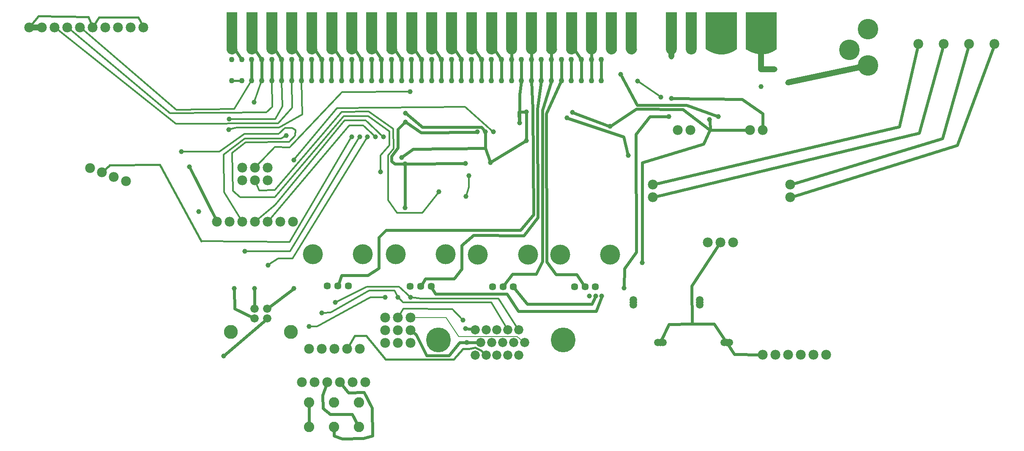
<source format=gbl>
G04 MADE WITH FRITZING*
G04 WWW.FRITZING.ORG*
G04 DOUBLE SIDED*
G04 HOLES PLATED*
G04 CONTOUR ON CENTER OF CONTOUR VECTOR*
%ASAXBY*%
%FSLAX23Y23*%
%MOIN*%
%OFA0B0*%
%SFA1.0B1.0*%
%ADD10C,0.039370*%
%ADD11C,0.078000*%
%ADD12C,0.157480*%
%ADD13C,0.057087*%
%ADD14C,0.066000*%
%ADD15C,0.110000*%
%ADD16C,0.043307*%
%ADD17C,0.086614*%
%ADD18C,0.059065*%
%ADD19C,0.162000*%
%ADD20C,0.082000*%
%ADD21C,0.195385*%
%ADD22C,0.072113*%
%ADD23C,0.024000*%
%ADD24C,0.012000*%
%ADD25C,0.016000*%
%ADD26C,0.005000*%
%ADD27C,0.048000*%
%ADD28C,0.000772*%
%ADD29R,0.001000X0.001000*%
%LNCOPPER0*%
G90*
G70*
G54D10*
X4014Y2448D03*
X6074Y2905D03*
X5157Y2779D03*
X3960Y2586D03*
X4334Y2626D03*
X4818Y2331D03*
X3562Y2169D03*
X3538Y2008D03*
X4893Y2917D03*
X5074Y2791D03*
X2181Y1279D03*
X1873Y1279D03*
X1712Y1279D03*
X1629Y748D03*
G54D11*
X2303Y803D03*
X2403Y803D03*
X2503Y803D03*
X2603Y803D03*
X2703Y803D03*
G54D10*
X2302Y980D03*
X2401Y1086D03*
X2507Y1169D03*
X5459Y2614D03*
X1979Y1464D03*
X1794Y1575D03*
G54D11*
X576Y2232D03*
X669Y2197D03*
X763Y2162D03*
X857Y2126D03*
G54D10*
X1432Y1886D03*
X1357Y2240D03*
X1294Y2362D03*
G54D12*
X2331Y1552D03*
X2725Y1552D03*
G54D13*
X2445Y1299D03*
X2528Y1299D03*
X2611Y1299D03*
G54D12*
X2985Y1549D03*
X3378Y1549D03*
G54D13*
X3099Y1296D03*
X3182Y1296D03*
X3264Y1296D03*
G54D12*
X3633Y1548D03*
X4027Y1548D03*
G54D13*
X3747Y1295D03*
X3830Y1295D03*
X3912Y1295D03*
G54D12*
X4280Y1548D03*
X4674Y1548D03*
G54D13*
X4394Y1295D03*
X4477Y1295D03*
X4559Y1295D03*
G54D11*
X2901Y949D03*
X3001Y949D03*
X3101Y949D03*
X2901Y949D03*
X3001Y949D03*
X3101Y949D03*
X3101Y1049D03*
X3001Y1049D03*
X2901Y1049D03*
G54D10*
X3515Y1031D03*
X2901Y1212D03*
X3003Y1212D03*
X3101Y1212D03*
X4562Y1220D03*
X4511Y1220D03*
X4609Y1220D03*
G54D11*
X2901Y850D03*
X3001Y850D03*
X3101Y850D03*
G54D10*
X4928Y1484D03*
X4786Y1283D03*
X3546Y854D03*
X3534Y964D03*
X2180Y2295D03*
X2121Y2488D03*
X4015Y2673D03*
X4377Y2669D03*
X4676Y2559D03*
G54D11*
X5879Y756D03*
X5979Y756D03*
X6079Y756D03*
X6179Y756D03*
X6279Y756D03*
X6379Y756D03*
X2246Y539D03*
X2346Y539D03*
X2446Y539D03*
X2546Y539D03*
X2646Y539D03*
X2746Y539D03*
G54D14*
X1972Y1121D03*
X1873Y1121D03*
X1873Y1043D03*
X1972Y1043D03*
G54D15*
X2159Y936D03*
X1685Y936D03*
G54D10*
X4759Y2972D03*
X5865Y2874D03*
G54D11*
X5208Y2531D03*
X5308Y2531D03*
X5779Y2531D03*
X5879Y2531D03*
X6094Y2100D03*
X6094Y2000D03*
X5644Y1645D03*
X5444Y1645D03*
X5544Y1645D03*
X5011Y2000D03*
X5011Y2100D03*
G54D10*
X3534Y2268D03*
X3629Y2516D03*
X3692Y2516D03*
X3755Y2516D03*
X3731Y2275D03*
X3062Y2594D03*
X3097Y2834D03*
X3062Y2665D03*
X3058Y2264D03*
X3031Y2315D03*
X2865Y2201D03*
X3326Y2043D03*
X2889Y2476D03*
X2826Y2476D03*
X2763Y2476D03*
X2700Y2476D03*
X2637Y2476D03*
X5527Y2638D03*
X5137Y2638D03*
X5157Y3106D03*
G54D16*
X1692Y2921D03*
X1771Y2921D03*
X1849Y2921D03*
X1928Y2921D03*
X2007Y2921D03*
X2086Y2921D03*
X2164Y2921D03*
X2243Y2921D03*
X2322Y2921D03*
X2401Y2921D03*
X2479Y2921D03*
X2558Y2921D03*
X2637Y2921D03*
X2716Y2921D03*
X2794Y2921D03*
X2873Y2921D03*
X2952Y2921D03*
X3031Y2921D03*
X3109Y2921D03*
X3188Y2921D03*
X3267Y2921D03*
X3346Y2921D03*
X3424Y2921D03*
X3503Y2921D03*
X3582Y2921D03*
X3660Y2921D03*
X3739Y2921D03*
X3818Y2921D03*
X3897Y2921D03*
X3975Y2921D03*
X4054Y2921D03*
X4133Y2921D03*
X4212Y2921D03*
X4290Y2921D03*
X4369Y2921D03*
X4448Y2921D03*
X4527Y2921D03*
X4605Y2921D03*
G54D17*
X5158Y3171D03*
X5315Y3171D03*
X5551Y3171D03*
X5866Y3171D03*
G54D16*
X1692Y3086D03*
X1771Y3086D03*
X1849Y3086D03*
X1928Y3086D03*
X2007Y3086D03*
X2086Y3086D03*
X2164Y3086D03*
X2243Y3086D03*
X2322Y3086D03*
X2401Y3086D03*
X2479Y3086D03*
X2558Y3086D03*
X2637Y3086D03*
X2716Y3086D03*
X2794Y3086D03*
X2873Y3086D03*
X2952Y3086D03*
X3031Y3086D03*
X3109Y3086D03*
X3188Y3086D03*
X3267Y3086D03*
X3346Y3086D03*
X3424Y3086D03*
X3503Y3086D03*
X3582Y3086D03*
X3660Y3086D03*
X3739Y3086D03*
X3818Y3086D03*
X3897Y3086D03*
X3975Y3086D03*
X4054Y3086D03*
X4133Y3086D03*
X4212Y3086D03*
X4290Y3086D03*
X4369Y3086D03*
X4448Y3086D03*
X4527Y3086D03*
X4605Y3086D03*
G54D10*
X5975Y3012D03*
G54D18*
X4857Y1189D03*
X4857Y1149D03*
X4857Y1169D03*
X5091Y854D03*
X5051Y854D03*
X5071Y854D03*
X5381Y1189D03*
X5381Y1149D03*
X5381Y1169D03*
X5614Y854D03*
X5575Y854D03*
X5595Y854D03*
G54D19*
X6708Y3039D03*
X6707Y3327D03*
X6560Y3164D03*
G54D20*
X2694Y382D03*
X2498Y382D03*
X2301Y382D03*
X2694Y186D03*
X2498Y186D03*
X2301Y186D03*
G54D11*
X7706Y3212D03*
X7506Y3212D03*
X7306Y3212D03*
X7106Y3212D03*
X996Y3342D03*
X896Y3342D03*
X796Y3342D03*
X696Y3342D03*
X596Y3342D03*
X496Y3342D03*
X396Y3342D03*
X296Y3342D03*
X196Y3342D03*
X96Y3342D03*
G54D10*
X1869Y2752D03*
X1672Y2618D03*
X1668Y2535D03*
G54D11*
X1576Y1807D03*
X1676Y1807D03*
X1776Y1807D03*
X1876Y1807D03*
X1976Y1807D03*
X2076Y1807D03*
X2176Y1807D03*
G54D21*
X3321Y873D03*
G54D22*
X3611Y753D03*
X3697Y753D03*
X3783Y753D03*
X3869Y753D03*
X3955Y753D03*
X3655Y853D03*
X3741Y853D03*
X3827Y853D03*
X3914Y853D03*
X4000Y853D03*
X3611Y953D03*
X3697Y953D03*
X3783Y953D03*
X3869Y953D03*
X3955Y953D03*
G54D21*
X4305Y873D03*
G54D11*
X1775Y2134D03*
X1875Y2134D03*
X1975Y2134D03*
X1775Y2234D03*
X1875Y2234D03*
X1975Y2234D03*
G54D10*
X3058Y1917D03*
G54D23*
X3956Y2673D02*
X4007Y2673D01*
D02*
X3959Y2594D02*
X3956Y2673D01*
D02*
X3960Y2811D02*
X3960Y2594D01*
D02*
X3975Y2915D02*
X3960Y2811D01*
D02*
X4783Y2476D02*
X4816Y2338D01*
D02*
X4341Y2623D02*
X4783Y2476D01*
G54D24*
D02*
X3562Y2079D02*
X3541Y2015D01*
D02*
X3562Y2161D02*
X3562Y2079D01*
D02*
X5067Y2796D02*
X4899Y2913D01*
G54D23*
D02*
X5656Y760D02*
X5605Y838D01*
D02*
X5860Y756D02*
X5656Y760D01*
D02*
X2174Y1274D02*
X1986Y1132D01*
D02*
X1873Y1271D02*
X1873Y1139D01*
D02*
X1857Y1051D02*
X1715Y1122D01*
D02*
X1715Y1122D02*
X1712Y1271D01*
D02*
X1635Y753D02*
X1958Y1031D01*
G54D24*
D02*
X2786Y1212D02*
X2893Y1212D01*
D02*
X2365Y980D02*
X2786Y1212D01*
D02*
X2310Y980D02*
X2365Y980D01*
D02*
X2472Y1090D02*
X2775Y1263D01*
D02*
X2775Y1263D02*
X2976Y1264D01*
D02*
X2409Y1087D02*
X2472Y1090D01*
D02*
X2976Y1264D02*
X2999Y1219D01*
D02*
X2759Y1295D02*
X2514Y1173D01*
D02*
X3011Y1295D02*
X2759Y1295D01*
D02*
X3096Y1218D02*
X3011Y1295D01*
G54D23*
D02*
X5464Y2531D02*
X5460Y2606D01*
D02*
X5760Y2531D02*
X5464Y2531D01*
D02*
X1361Y2233D02*
X1568Y1824D01*
G54D24*
D02*
X1451Y1653D02*
X2148Y1646D01*
D02*
X2148Y1646D02*
X2633Y2469D01*
D02*
X1759Y2000D02*
X2030Y2000D01*
D02*
X1302Y2362D02*
X1594Y2362D01*
D02*
X2113Y2547D02*
X2168Y2547D01*
D02*
X1790Y2500D02*
X2062Y2500D01*
D02*
X2062Y2500D02*
X2113Y2547D01*
D02*
X2168Y2547D02*
X2196Y2531D01*
D02*
X2196Y2531D02*
X2192Y2488D01*
D02*
X2192Y2488D02*
X2145Y2437D01*
D02*
X1802Y2433D02*
X1696Y2350D01*
D02*
X1594Y2362D02*
X1790Y2500D01*
D02*
X2145Y2437D02*
X1802Y2433D01*
D02*
X1696Y2350D02*
X1700Y2051D01*
D02*
X1700Y2051D02*
X1759Y2000D01*
D02*
X2030Y2000D02*
X2574Y2641D01*
D02*
X2574Y2641D02*
X2767Y2641D01*
D02*
X2767Y2641D02*
X2936Y2519D01*
D02*
X2936Y2519D02*
X2936Y2409D01*
D02*
X2936Y2409D02*
X2866Y2330D01*
D02*
X2866Y2330D02*
X2865Y2208D01*
G54D25*
D02*
X1124Y2256D02*
X1451Y1653D01*
D02*
X728Y2253D02*
X1124Y2256D01*
D02*
X683Y2210D02*
X728Y2252D01*
G54D23*
D02*
X7102Y3194D02*
X6955Y2558D01*
D02*
X6955Y2558D02*
X5029Y2104D01*
D02*
X7113Y2508D02*
X5029Y2004D01*
D02*
X7301Y3194D02*
X7113Y2508D01*
D02*
X7294Y2463D02*
X6112Y2105D01*
D02*
X7501Y3194D02*
X7294Y2463D01*
D02*
X7413Y2410D02*
X6112Y2005D01*
D02*
X7700Y3195D02*
X7413Y2410D01*
D02*
X2301Y207D02*
X2301Y361D01*
D02*
X5317Y1299D02*
X5322Y1000D01*
D02*
X5534Y1630D02*
X5317Y1299D01*
G54D26*
D02*
X3381Y1051D02*
X3483Y901D01*
D02*
X3483Y901D02*
X3940Y901D01*
D02*
X3940Y901D02*
X3982Y867D01*
D02*
X3120Y1049D02*
X3381Y1051D01*
G54D24*
D02*
X3432Y1118D02*
X3509Y1037D01*
D02*
X3046Y1122D02*
X3432Y1118D01*
D02*
X3011Y1065D02*
X3046Y1122D01*
D02*
X3043Y1169D02*
X3739Y1169D01*
D02*
X3739Y1169D02*
X3858Y972D01*
D02*
X3008Y1207D02*
X3043Y1169D01*
D02*
X3184Y1201D02*
X3795Y1200D01*
D02*
X3795Y1200D02*
X3943Y971D01*
D02*
X3109Y1211D02*
X3184Y1201D01*
G54D23*
D02*
X4023Y1157D02*
X3920Y1281D01*
D02*
X4531Y1157D02*
X4023Y1157D01*
D02*
X4559Y1213D02*
X4531Y1157D01*
D02*
X3298Y1236D02*
X3270Y1280D01*
D02*
X3862Y1236D02*
X3298Y1236D01*
D02*
X3951Y1102D02*
X3862Y1236D01*
D02*
X4566Y1102D02*
X3951Y1102D01*
D02*
X4607Y1213D02*
X4566Y1102D01*
D02*
X4413Y1389D02*
X4466Y1311D01*
D02*
X4247Y1389D02*
X4413Y1389D01*
D02*
X4173Y2660D02*
X4176Y1492D01*
D02*
X4176Y1492D02*
X4247Y1389D01*
D02*
X4288Y2916D02*
X4173Y2660D01*
D02*
X4090Y1394D02*
X3904Y1394D01*
D02*
X3904Y1394D02*
X3841Y1310D01*
D02*
X4141Y2688D02*
X4141Y1495D01*
D02*
X4141Y1495D02*
X4090Y1394D01*
D02*
X4210Y2915D02*
X4141Y2688D01*
D02*
X4105Y1842D02*
X3995Y1697D01*
D02*
X3219Y1358D02*
X3191Y1312D01*
D02*
X4102Y2697D02*
X4105Y1842D01*
D02*
X3597Y1701D02*
X3506Y1622D01*
D02*
X3995Y1697D02*
X3597Y1701D01*
D02*
X3506Y1433D02*
X3444Y1358D01*
D02*
X3506Y1622D02*
X3506Y1433D01*
D02*
X3444Y1358D02*
X3219Y1358D01*
D02*
X4132Y2915D02*
X4102Y2697D01*
D02*
X5463Y2531D02*
X5760Y2531D01*
D02*
X5413Y2421D02*
X5463Y2531D01*
D02*
X4929Y2275D02*
X5413Y2421D01*
D02*
X4928Y1492D02*
X4929Y2275D01*
D02*
X4881Y1567D02*
X4787Y1437D01*
D02*
X4787Y1437D02*
X4786Y1291D01*
D02*
X4877Y2496D02*
X4881Y1567D01*
D02*
X4987Y2638D02*
X4877Y2496D01*
D02*
X5129Y2638D02*
X4987Y2638D01*
G54D25*
D02*
X2751Y906D02*
X2661Y906D01*
D02*
X2661Y906D02*
X2612Y820D01*
D02*
X2905Y720D02*
X2751Y906D01*
D02*
X3514Y803D02*
X3440Y720D01*
D02*
X3440Y720D02*
X2905Y720D01*
D02*
X3562Y803D02*
X3514Y803D01*
D02*
X3613Y815D02*
X3562Y803D01*
D02*
X3657Y791D02*
X3613Y815D01*
D02*
X3681Y768D02*
X3657Y791D01*
G54D23*
D02*
X3633Y853D02*
X3554Y854D01*
D02*
X3589Y956D02*
X3542Y963D01*
D02*
X4070Y1865D02*
X3968Y1740D01*
D02*
X2558Y1385D02*
X2534Y1317D01*
D02*
X2909Y1741D02*
X2850Y1685D01*
D02*
X2853Y1441D02*
X2764Y1385D01*
D02*
X2764Y1385D02*
X2558Y1385D01*
D02*
X2850Y1685D02*
X2853Y1441D01*
D02*
X3968Y1740D02*
X2909Y1741D01*
D02*
X4066Y2701D02*
X4070Y1865D01*
D02*
X4054Y2915D02*
X4066Y2701D01*
D02*
X3145Y917D02*
X3227Y752D01*
D02*
X3227Y752D02*
X3405Y752D01*
D02*
X3405Y752D02*
X3487Y854D01*
D02*
X3487Y854D02*
X3538Y854D01*
D02*
X3117Y937D02*
X3145Y917D01*
G54D24*
D02*
X2172Y1516D02*
X2759Y2469D01*
D02*
X2058Y1516D02*
X2172Y1516D01*
D02*
X1986Y1469D02*
X2058Y1516D01*
D02*
X2153Y1574D02*
X2696Y2469D01*
D02*
X1802Y1575D02*
X2153Y1574D01*
D02*
X2617Y2567D02*
X2727Y2566D01*
D02*
X2727Y2566D02*
X2820Y2481D01*
D02*
X1988Y1821D02*
X2617Y2567D01*
D02*
X2582Y2606D02*
X2747Y2606D01*
D02*
X2747Y2606D02*
X2883Y2482D01*
D02*
X2034Y1941D02*
X2582Y2606D01*
D02*
X1891Y1819D02*
X2034Y1941D01*
D02*
X2082Y2464D02*
X2114Y2484D01*
D02*
X1794Y2464D02*
X2082Y2464D01*
D02*
X1633Y2039D02*
X1629Y2338D01*
D02*
X1629Y2338D02*
X1794Y2464D01*
D02*
X2185Y2301D02*
X2523Y2705D01*
D02*
X2523Y2705D02*
X3531Y2713D01*
D02*
X3531Y2713D02*
X3749Y2521D01*
D02*
X1766Y1823D02*
X1633Y2039D01*
D02*
X2148Y2394D02*
X2562Y2831D01*
D02*
X2031Y2397D02*
X2148Y2394D01*
D02*
X2562Y2831D02*
X3090Y2834D01*
D02*
X1889Y2248D02*
X2031Y2397D01*
G54D23*
D02*
X2952Y2284D02*
X2979Y2264D01*
D02*
X3003Y2389D02*
X2952Y2323D01*
D02*
X2952Y2323D02*
X2952Y2284D01*
D02*
X2979Y2264D02*
X3050Y2264D01*
D02*
X3003Y2536D02*
X3003Y2389D01*
D02*
X3056Y2589D02*
X3003Y2536D01*
D02*
X4014Y2448D02*
X4015Y2665D01*
D02*
X4881Y2696D02*
X5247Y2693D01*
D02*
X4683Y2563D02*
X4881Y2696D01*
D02*
X4384Y2666D02*
X4669Y2562D01*
D02*
X5463Y2531D02*
X5760Y2531D01*
D02*
X5247Y2693D02*
X5463Y2531D01*
D02*
X2798Y338D02*
X2735Y460D01*
D02*
X2613Y457D02*
X2558Y524D01*
D02*
X2562Y94D02*
X2727Y98D01*
D02*
X2727Y98D02*
X2802Y118D01*
D02*
X2499Y118D02*
X2562Y94D01*
D02*
X2802Y118D02*
X2798Y338D01*
D02*
X2735Y460D02*
X2613Y456D01*
D02*
X2498Y165D02*
X2499Y118D01*
D02*
X2409Y436D02*
X2439Y521D01*
D02*
X2467Y287D02*
X2413Y334D01*
D02*
X2641Y286D02*
X2467Y287D01*
D02*
X2413Y334D02*
X2409Y436D01*
D02*
X2685Y204D02*
X2641Y286D01*
D02*
X5279Y2728D02*
X4889Y2728D01*
D02*
X4889Y2728D02*
X4763Y2965D01*
D02*
X5519Y2640D02*
X5279Y2728D01*
D02*
X4009Y2454D02*
X4014Y2448D01*
D02*
X3738Y2279D02*
X4008Y2444D01*
D02*
X3692Y2386D02*
X3692Y2508D01*
D02*
X3729Y2283D02*
X3692Y2386D01*
D02*
X3184Y2512D02*
X3069Y2590D01*
D02*
X3621Y2515D02*
X3184Y2512D01*
D02*
X3196Y2555D02*
X3068Y2660D01*
D02*
X3660Y2555D02*
X3196Y2555D01*
D02*
X3687Y2522D02*
X3660Y2555D01*
D02*
X3527Y2267D02*
X3066Y2264D01*
D02*
X3692Y2386D02*
X3121Y2382D01*
D02*
X3121Y2382D02*
X3037Y2319D01*
D02*
X3729Y2283D02*
X3692Y2386D01*
D02*
X4527Y3081D02*
X4527Y2927D01*
D02*
X4448Y3081D02*
X4448Y2927D01*
D02*
X4369Y3081D02*
X4369Y2927D01*
D02*
X4290Y3081D02*
X4290Y2927D01*
D02*
X4212Y3081D02*
X4212Y2927D01*
D02*
X4133Y3081D02*
X4133Y2927D01*
D02*
X4054Y3081D02*
X4054Y2927D01*
D02*
X3975Y3081D02*
X3975Y2927D01*
G54D27*
D02*
X5866Y3012D02*
X5866Y3147D01*
D02*
X5968Y3012D02*
X5866Y3012D01*
D02*
X5157Y3114D02*
X5157Y3147D01*
G54D23*
D02*
X1715Y3170D02*
X1767Y3091D01*
D02*
X1872Y3170D02*
X1925Y3091D01*
D02*
X2030Y3170D02*
X2082Y3091D01*
D02*
X2187Y3170D02*
X2240Y3091D01*
D02*
X2345Y3170D02*
X2397Y3091D01*
D02*
X2502Y3170D02*
X2555Y3091D01*
D02*
X2660Y3170D02*
X2712Y3091D01*
D02*
X2817Y3170D02*
X2870Y3091D01*
D02*
X2975Y3170D02*
X3027Y3091D01*
D02*
X3132Y3170D02*
X3185Y3091D01*
D02*
X4392Y3170D02*
X4445Y3091D01*
D02*
X3897Y3092D02*
X3898Y3170D01*
D02*
X3342Y3091D02*
X3290Y3170D01*
D02*
X3500Y3091D02*
X3447Y3170D01*
D02*
X3815Y3091D02*
X3762Y3170D01*
D02*
X3657Y3091D02*
X3605Y3170D01*
D02*
X1849Y2927D02*
X1849Y3081D01*
D02*
X1928Y2927D02*
X1928Y3081D01*
D02*
X2007Y2927D02*
X2007Y3081D01*
D02*
X2086Y2927D02*
X2086Y3081D01*
D02*
X2164Y2927D02*
X2164Y3081D01*
D02*
X2243Y2927D02*
X2243Y3081D01*
D02*
X2322Y2927D02*
X2322Y3081D01*
D02*
X2401Y2927D02*
X2401Y3081D01*
D02*
X2479Y2927D02*
X2479Y3081D01*
D02*
X2558Y2927D02*
X2558Y3081D01*
D02*
X2637Y2927D02*
X2637Y3081D01*
D02*
X2716Y2927D02*
X2716Y3081D01*
D02*
X2794Y2927D02*
X2794Y3081D01*
D02*
X2873Y2927D02*
X2873Y3081D01*
D02*
X2952Y2927D02*
X2952Y3081D01*
D02*
X3109Y2927D02*
X3109Y3081D01*
D02*
X3031Y2927D02*
X3031Y3081D01*
D02*
X3188Y2927D02*
X3188Y3081D01*
D02*
X3267Y2927D02*
X3267Y3081D01*
D02*
X3346Y2927D02*
X3346Y3081D01*
D02*
X3424Y2927D02*
X3424Y3081D01*
D02*
X3503Y2927D02*
X3503Y3081D01*
D02*
X3582Y2927D02*
X3582Y3081D01*
D02*
X3660Y2927D02*
X3660Y3081D01*
D02*
X3739Y2927D02*
X3739Y3081D01*
D02*
X3818Y2927D02*
X3818Y3081D01*
D02*
X3897Y2927D02*
X3897Y3081D01*
D02*
X4054Y3092D02*
X4055Y3170D01*
D02*
X4212Y3092D02*
X4212Y3170D01*
D02*
X4527Y3092D02*
X4527Y3170D01*
D02*
X4605Y2927D02*
X4605Y3081D01*
G54D24*
D02*
X1712Y2696D02*
X1256Y2692D01*
D02*
X1256Y2692D02*
X511Y3330D01*
D02*
X1846Y2916D02*
X1712Y2696D01*
D02*
X1926Y2915D02*
X1872Y2759D01*
D02*
X1204Y2665D02*
X411Y3330D01*
D02*
X1964Y2670D02*
X1204Y2665D01*
D02*
X2011Y2713D02*
X1964Y2670D01*
D02*
X2007Y2915D02*
X2011Y2713D01*
D02*
X2034Y2618D02*
X1680Y2618D01*
D02*
X2090Y2717D02*
X2034Y2618D01*
D02*
X2086Y2915D02*
X2090Y2717D01*
D02*
X1251Y2579D02*
X311Y3330D01*
D02*
X2058Y2583D02*
X1251Y2579D01*
D02*
X2169Y2708D02*
X2058Y2583D01*
D02*
X2165Y2915D02*
X2169Y2708D01*
D02*
X1732Y2551D02*
X1676Y2537D01*
D02*
X2066Y2551D02*
X1732Y2551D01*
D02*
X2247Y2653D02*
X2066Y2551D01*
D02*
X2243Y2915D02*
X2247Y2653D01*
G54D25*
D02*
X956Y3421D02*
X645Y3421D01*
D02*
X645Y3421D02*
X606Y3358D01*
D02*
X987Y3359D02*
X956Y3421D01*
G54D27*
D02*
X115Y3342D02*
X177Y3342D01*
G54D25*
D02*
X561Y3425D02*
X168Y3429D01*
D02*
X589Y3360D02*
X561Y3425D01*
D02*
X168Y3429D02*
X108Y3357D01*
D02*
X1765Y2921D02*
X1698Y2921D01*
G54D23*
D02*
X5716Y2775D02*
X5877Y2662D01*
D02*
X5164Y2779D02*
X5716Y2775D01*
D02*
X5877Y2662D02*
X5878Y2550D01*
D02*
X5495Y1000D02*
X5322Y1000D01*
D02*
X5322Y1000D02*
X5137Y997D01*
D02*
X5137Y997D02*
X5079Y872D01*
D02*
X5583Y870D02*
X5495Y1000D01*
G54D27*
D02*
X6082Y2907D02*
X6646Y3026D01*
G54D24*
D02*
X1909Y2055D02*
X1883Y2116D01*
D02*
X2558Y2673D02*
X2031Y2056D01*
D02*
X2770Y2677D02*
X2558Y2673D01*
D02*
X2967Y2385D02*
X2964Y2539D01*
D02*
X2924Y2331D02*
X2967Y2385D01*
D02*
X2964Y2539D02*
X2770Y2677D01*
D02*
X2924Y1976D02*
X2924Y2331D01*
D02*
X2995Y1878D02*
X2924Y1976D01*
D02*
X3196Y1878D02*
X2995Y1878D01*
D02*
X2031Y2056D02*
X1909Y2055D01*
D02*
X3321Y2037D02*
X3196Y1878D01*
G54D23*
D02*
X3058Y2256D02*
X3058Y1925D01*
G36*
X1650Y3169D02*
X1650Y3460D01*
X1736Y3460D01*
X1736Y3169D01*
X1650Y3169D01*
G37*
D02*
G36*
X1807Y3169D02*
X1807Y3460D01*
X1894Y3460D01*
X1894Y3169D01*
X1807Y3169D01*
G37*
D02*
G36*
X1965Y3169D02*
X1965Y3460D01*
X2051Y3460D01*
X2051Y3169D01*
X1965Y3169D01*
G37*
D02*
G36*
X2122Y3169D02*
X2122Y3460D01*
X2209Y3460D01*
X2209Y3169D01*
X2122Y3169D01*
G37*
D02*
G36*
X2280Y3169D02*
X2280Y3460D01*
X2366Y3460D01*
X2366Y3169D01*
X2280Y3169D01*
G37*
D02*
G36*
X2437Y3169D02*
X2437Y3460D01*
X2524Y3460D01*
X2524Y3169D01*
X2437Y3169D01*
G37*
D02*
G36*
X2595Y3169D02*
X2595Y3460D01*
X2681Y3460D01*
X2681Y3169D01*
X2595Y3169D01*
G37*
D02*
G36*
X2752Y3169D02*
X2752Y3460D01*
X2839Y3460D01*
X2839Y3169D01*
X2752Y3169D01*
G37*
D02*
G36*
X2910Y3169D02*
X2910Y3460D01*
X2996Y3460D01*
X2996Y3169D01*
X2910Y3169D01*
G37*
D02*
G36*
X3067Y3169D02*
X3067Y3460D01*
X3154Y3460D01*
X3154Y3169D01*
X3067Y3169D01*
G37*
D02*
G36*
X3225Y3169D02*
X3225Y3460D01*
X3311Y3460D01*
X3311Y3169D01*
X3225Y3169D01*
G37*
D02*
G36*
X3382Y3169D02*
X3382Y3460D01*
X3469Y3460D01*
X3469Y3169D01*
X3382Y3169D01*
G37*
D02*
G36*
X3540Y3169D02*
X3540Y3460D01*
X3626Y3460D01*
X3626Y3169D01*
X3540Y3169D01*
G37*
D02*
G36*
X3697Y3169D02*
X3697Y3460D01*
X3784Y3460D01*
X3784Y3169D01*
X3697Y3169D01*
G37*
D02*
G36*
X3855Y3169D02*
X3855Y3460D01*
X3941Y3460D01*
X3941Y3169D01*
X3855Y3169D01*
G37*
D02*
G36*
X4012Y3169D02*
X4012Y3460D01*
X4099Y3460D01*
X4099Y3169D01*
X4012Y3169D01*
G37*
D02*
G36*
X4170Y3169D02*
X4170Y3460D01*
X4256Y3460D01*
X4256Y3169D01*
X4170Y3169D01*
G37*
D02*
G36*
X4327Y3169D02*
X4327Y3460D01*
X4414Y3460D01*
X4414Y3169D01*
X4327Y3169D01*
G37*
D02*
G36*
X4484Y3169D02*
X4484Y3460D01*
X4571Y3460D01*
X4571Y3169D01*
X4484Y3169D01*
G37*
D02*
G36*
X4642Y3169D02*
X4642Y3460D01*
X4729Y3460D01*
X4729Y3169D01*
X4642Y3169D01*
G37*
D02*
G36*
X4799Y3169D02*
X4799Y3460D01*
X4886Y3460D01*
X4886Y3169D01*
X4799Y3169D01*
G37*
D02*
G36*
X5114Y3169D02*
X5114Y3460D01*
X5201Y3460D01*
X5201Y3169D01*
X5114Y3169D01*
G37*
D02*
G36*
X5272Y3169D02*
X5272Y3460D01*
X5358Y3460D01*
X5358Y3169D01*
X5272Y3169D01*
G37*
D02*
G36*
X5429Y3169D02*
X5429Y3460D01*
X5673Y3460D01*
X5673Y3169D01*
X5429Y3169D01*
G37*
D02*
G36*
X5744Y3169D02*
X5744Y3460D01*
X5988Y3460D01*
X5988Y3169D01*
X5744Y3169D01*
G37*
D02*
G54D28*
G36*
X1650Y3240D02*
X1736Y3240D01*
X1736Y3164D01*
X1650Y3164D01*
X1650Y3240D01*
G37*
D02*
G36*
X1807Y3240D02*
X1894Y3240D01*
X1894Y3164D01*
X1807Y3164D01*
X1807Y3240D01*
G37*
D02*
G36*
X1965Y3240D02*
X2051Y3240D01*
X2051Y3164D01*
X1965Y3164D01*
X1965Y3240D01*
G37*
D02*
G36*
X2122Y3240D02*
X2209Y3240D01*
X2209Y3164D01*
X2122Y3164D01*
X2122Y3240D01*
G37*
D02*
G36*
X2280Y3240D02*
X2366Y3240D01*
X2366Y3164D01*
X2280Y3164D01*
X2280Y3240D01*
G37*
D02*
G36*
X2437Y3240D02*
X2524Y3240D01*
X2524Y3164D01*
X2437Y3164D01*
X2437Y3240D01*
G37*
D02*
G36*
X2595Y3240D02*
X2681Y3240D01*
X2681Y3164D01*
X2595Y3164D01*
X2595Y3240D01*
G37*
D02*
G36*
X2752Y3240D02*
X2839Y3240D01*
X2839Y3164D01*
X2752Y3164D01*
X2752Y3240D01*
G37*
D02*
G36*
X2910Y3240D02*
X2996Y3240D01*
X2996Y3164D01*
X2910Y3164D01*
X2910Y3240D01*
G37*
D02*
G36*
X3067Y3240D02*
X3154Y3240D01*
X3154Y3164D01*
X3067Y3164D01*
X3067Y3240D01*
G37*
D02*
G36*
X3225Y3240D02*
X3311Y3240D01*
X3311Y3164D01*
X3225Y3164D01*
X3225Y3240D01*
G37*
D02*
G36*
X3382Y3240D02*
X3469Y3240D01*
X3469Y3164D01*
X3382Y3164D01*
X3382Y3240D01*
G37*
D02*
G36*
X3540Y3240D02*
X3626Y3240D01*
X3626Y3164D01*
X3540Y3164D01*
X3540Y3240D01*
G37*
D02*
G36*
X3697Y3240D02*
X3784Y3240D01*
X3784Y3164D01*
X3697Y3164D01*
X3697Y3240D01*
G37*
D02*
G36*
X3855Y3240D02*
X3941Y3240D01*
X3941Y3164D01*
X3855Y3164D01*
X3855Y3240D01*
G37*
D02*
G36*
X4012Y3240D02*
X4099Y3240D01*
X4099Y3164D01*
X4012Y3164D01*
X4012Y3240D01*
G37*
D02*
G36*
X4170Y3240D02*
X4256Y3240D01*
X4256Y3164D01*
X4170Y3164D01*
X4170Y3240D01*
G37*
D02*
G36*
X4327Y3240D02*
X4414Y3240D01*
X4414Y3164D01*
X4327Y3164D01*
X4327Y3240D01*
G37*
D02*
G36*
X4484Y3240D02*
X4571Y3240D01*
X4571Y3164D01*
X4484Y3164D01*
X4484Y3240D01*
G37*
D02*
G36*
X4642Y3240D02*
X4729Y3240D01*
X4729Y3164D01*
X4642Y3164D01*
X4642Y3240D01*
G37*
D02*
G36*
X4799Y3240D02*
X4886Y3240D01*
X4886Y3164D01*
X4799Y3164D01*
X4799Y3240D01*
G37*
D02*
G54D29*
X5430Y3460D02*
X5673Y3460D01*
X5745Y3460D02*
X5988Y3460D01*
X5430Y3459D02*
X5673Y3459D01*
X5745Y3459D02*
X5988Y3459D01*
X5430Y3458D02*
X5673Y3458D01*
X5745Y3458D02*
X5988Y3458D01*
X5430Y3457D02*
X5673Y3457D01*
X5745Y3457D02*
X5988Y3457D01*
X5430Y3456D02*
X5673Y3456D01*
X5745Y3456D02*
X5988Y3456D01*
X5430Y3455D02*
X5673Y3455D01*
X5745Y3455D02*
X5988Y3455D01*
X5430Y3454D02*
X5673Y3454D01*
X5745Y3454D02*
X5988Y3454D01*
X5430Y3453D02*
X5673Y3453D01*
X5745Y3453D02*
X5988Y3453D01*
X5430Y3452D02*
X5673Y3452D01*
X5745Y3452D02*
X5988Y3452D01*
X5430Y3451D02*
X5673Y3451D01*
X5745Y3451D02*
X5988Y3451D01*
X5430Y3450D02*
X5673Y3450D01*
X5745Y3450D02*
X5988Y3450D01*
X5430Y3449D02*
X5673Y3449D01*
X5745Y3449D02*
X5988Y3449D01*
X5430Y3448D02*
X5673Y3448D01*
X5745Y3448D02*
X5988Y3448D01*
X5430Y3447D02*
X5673Y3447D01*
X5745Y3447D02*
X5988Y3447D01*
X5430Y3446D02*
X5673Y3446D01*
X5745Y3446D02*
X5988Y3446D01*
X5430Y3445D02*
X5673Y3445D01*
X5745Y3445D02*
X5988Y3445D01*
X5430Y3444D02*
X5673Y3444D01*
X5745Y3444D02*
X5988Y3444D01*
X5430Y3443D02*
X5673Y3443D01*
X5745Y3443D02*
X5988Y3443D01*
X5430Y3442D02*
X5673Y3442D01*
X5745Y3442D02*
X5988Y3442D01*
X5430Y3441D02*
X5673Y3441D01*
X5745Y3441D02*
X5988Y3441D01*
X5430Y3440D02*
X5673Y3440D01*
X5745Y3440D02*
X5988Y3440D01*
X5430Y3439D02*
X5673Y3439D01*
X5745Y3439D02*
X5988Y3439D01*
X5430Y3438D02*
X5673Y3438D01*
X5745Y3438D02*
X5988Y3438D01*
X5430Y3437D02*
X5673Y3437D01*
X5745Y3437D02*
X5988Y3437D01*
X5430Y3436D02*
X5673Y3436D01*
X5745Y3436D02*
X5988Y3436D01*
X5430Y3435D02*
X5673Y3435D01*
X5745Y3435D02*
X5988Y3435D01*
X5430Y3434D02*
X5673Y3434D01*
X5745Y3434D02*
X5988Y3434D01*
X5430Y3433D02*
X5673Y3433D01*
X5745Y3433D02*
X5988Y3433D01*
X5430Y3432D02*
X5673Y3432D01*
X5745Y3432D02*
X5988Y3432D01*
X5430Y3431D02*
X5673Y3431D01*
X5745Y3431D02*
X5988Y3431D01*
X5430Y3430D02*
X5673Y3430D01*
X5745Y3430D02*
X5988Y3430D01*
X5430Y3429D02*
X5673Y3429D01*
X5745Y3429D02*
X5988Y3429D01*
X5430Y3428D02*
X5673Y3428D01*
X5745Y3428D02*
X5988Y3428D01*
X5430Y3427D02*
X5673Y3427D01*
X5745Y3427D02*
X5988Y3427D01*
X5430Y3426D02*
X5673Y3426D01*
X5745Y3426D02*
X5988Y3426D01*
X5430Y3425D02*
X5673Y3425D01*
X5745Y3425D02*
X5988Y3425D01*
X5430Y3424D02*
X5673Y3424D01*
X5745Y3424D02*
X5988Y3424D01*
X5430Y3423D02*
X5673Y3423D01*
X5745Y3423D02*
X5988Y3423D01*
X5430Y3422D02*
X5673Y3422D01*
X5745Y3422D02*
X5988Y3422D01*
X5430Y3421D02*
X5673Y3421D01*
X5745Y3421D02*
X5988Y3421D01*
X5430Y3420D02*
X5673Y3420D01*
X5745Y3420D02*
X5988Y3420D01*
X5430Y3419D02*
X5673Y3419D01*
X5745Y3419D02*
X5988Y3419D01*
X5430Y3418D02*
X5673Y3418D01*
X5745Y3418D02*
X5988Y3418D01*
X5430Y3417D02*
X5673Y3417D01*
X5745Y3417D02*
X5988Y3417D01*
X5430Y3416D02*
X5673Y3416D01*
X5745Y3416D02*
X5988Y3416D01*
X5430Y3415D02*
X5673Y3415D01*
X5745Y3415D02*
X5988Y3415D01*
X5430Y3414D02*
X5673Y3414D01*
X5745Y3414D02*
X5988Y3414D01*
X5430Y3413D02*
X5673Y3413D01*
X5745Y3413D02*
X5988Y3413D01*
X5430Y3412D02*
X5673Y3412D01*
X5745Y3412D02*
X5988Y3412D01*
X5430Y3411D02*
X5673Y3411D01*
X5745Y3411D02*
X5988Y3411D01*
X5430Y3410D02*
X5673Y3410D01*
X5745Y3410D02*
X5988Y3410D01*
X5430Y3409D02*
X5673Y3409D01*
X5745Y3409D02*
X5988Y3409D01*
X5430Y3408D02*
X5673Y3408D01*
X5745Y3408D02*
X5988Y3408D01*
X5430Y3407D02*
X5673Y3407D01*
X5745Y3407D02*
X5988Y3407D01*
X5430Y3406D02*
X5673Y3406D01*
X5745Y3406D02*
X5988Y3406D01*
X5430Y3405D02*
X5673Y3405D01*
X5745Y3405D02*
X5988Y3405D01*
X5430Y3404D02*
X5673Y3404D01*
X5745Y3404D02*
X5988Y3404D01*
X5430Y3403D02*
X5673Y3403D01*
X5745Y3403D02*
X5988Y3403D01*
X5430Y3402D02*
X5673Y3402D01*
X5745Y3402D02*
X5988Y3402D01*
X5430Y3401D02*
X5673Y3401D01*
X5745Y3401D02*
X5988Y3401D01*
X5430Y3400D02*
X5673Y3400D01*
X5745Y3400D02*
X5988Y3400D01*
X5430Y3399D02*
X5673Y3399D01*
X5745Y3399D02*
X5988Y3399D01*
X5430Y3398D02*
X5673Y3398D01*
X5745Y3398D02*
X5988Y3398D01*
X5430Y3397D02*
X5673Y3397D01*
X5745Y3397D02*
X5988Y3397D01*
X5430Y3396D02*
X5673Y3396D01*
X5745Y3396D02*
X5988Y3396D01*
X5430Y3395D02*
X5673Y3395D01*
X5745Y3395D02*
X5988Y3395D01*
X5430Y3394D02*
X5673Y3394D01*
X5745Y3394D02*
X5988Y3394D01*
X5430Y3393D02*
X5673Y3393D01*
X5745Y3393D02*
X5988Y3393D01*
X5430Y3392D02*
X5673Y3392D01*
X5745Y3392D02*
X5988Y3392D01*
X5430Y3391D02*
X5673Y3391D01*
X5745Y3391D02*
X5988Y3391D01*
X5430Y3390D02*
X5673Y3390D01*
X5745Y3390D02*
X5988Y3390D01*
X5430Y3389D02*
X5673Y3389D01*
X5745Y3389D02*
X5988Y3389D01*
X5430Y3388D02*
X5673Y3388D01*
X5745Y3388D02*
X5988Y3388D01*
X5430Y3387D02*
X5673Y3387D01*
X5745Y3387D02*
X5988Y3387D01*
X5430Y3386D02*
X5673Y3386D01*
X5745Y3386D02*
X5988Y3386D01*
X5430Y3385D02*
X5673Y3385D01*
X5745Y3385D02*
X5988Y3385D01*
X5430Y3384D02*
X5673Y3384D01*
X5745Y3384D02*
X5988Y3384D01*
X5430Y3383D02*
X5673Y3383D01*
X5745Y3383D02*
X5988Y3383D01*
X5430Y3382D02*
X5673Y3382D01*
X5745Y3382D02*
X5988Y3382D01*
X5430Y3381D02*
X5673Y3381D01*
X5745Y3381D02*
X5988Y3381D01*
X5430Y3380D02*
X5673Y3380D01*
X5745Y3380D02*
X5988Y3380D01*
X5430Y3379D02*
X5673Y3379D01*
X5745Y3379D02*
X5988Y3379D01*
X5430Y3378D02*
X5673Y3378D01*
X5745Y3378D02*
X5988Y3378D01*
X5430Y3377D02*
X5673Y3377D01*
X5745Y3377D02*
X5988Y3377D01*
X5430Y3376D02*
X5673Y3376D01*
X5745Y3376D02*
X5988Y3376D01*
X5430Y3375D02*
X5673Y3375D01*
X5745Y3375D02*
X5988Y3375D01*
X5430Y3374D02*
X5673Y3374D01*
X5745Y3374D02*
X5988Y3374D01*
X5430Y3373D02*
X5673Y3373D01*
X5745Y3373D02*
X5988Y3373D01*
X5430Y3372D02*
X5673Y3372D01*
X5745Y3372D02*
X5988Y3372D01*
X5430Y3371D02*
X5673Y3371D01*
X5745Y3371D02*
X5988Y3371D01*
X5430Y3370D02*
X5673Y3370D01*
X5745Y3370D02*
X5988Y3370D01*
X5430Y3369D02*
X5673Y3369D01*
X5745Y3369D02*
X5988Y3369D01*
X5430Y3368D02*
X5673Y3368D01*
X5745Y3368D02*
X5988Y3368D01*
X5430Y3367D02*
X5673Y3367D01*
X5745Y3367D02*
X5988Y3367D01*
X5430Y3366D02*
X5673Y3366D01*
X5745Y3366D02*
X5988Y3366D01*
X5430Y3365D02*
X5673Y3365D01*
X5745Y3365D02*
X5988Y3365D01*
X5430Y3364D02*
X5673Y3364D01*
X5745Y3364D02*
X5988Y3364D01*
X5430Y3363D02*
X5673Y3363D01*
X5745Y3363D02*
X5988Y3363D01*
X5430Y3362D02*
X5673Y3362D01*
X5745Y3362D02*
X5988Y3362D01*
X5430Y3361D02*
X5673Y3361D01*
X5745Y3361D02*
X5988Y3361D01*
X5430Y3360D02*
X5673Y3360D01*
X5745Y3360D02*
X5988Y3360D01*
X5430Y3359D02*
X5673Y3359D01*
X5745Y3359D02*
X5988Y3359D01*
X5430Y3358D02*
X5673Y3358D01*
X5745Y3358D02*
X5988Y3358D01*
X5430Y3357D02*
X5673Y3357D01*
X5745Y3357D02*
X5988Y3357D01*
X5430Y3356D02*
X5673Y3356D01*
X5745Y3356D02*
X5988Y3356D01*
X5430Y3355D02*
X5673Y3355D01*
X5745Y3355D02*
X5988Y3355D01*
X5430Y3354D02*
X5673Y3354D01*
X5745Y3354D02*
X5988Y3354D01*
X5430Y3353D02*
X5673Y3353D01*
X5745Y3353D02*
X5988Y3353D01*
X5430Y3352D02*
X5673Y3352D01*
X5745Y3352D02*
X5988Y3352D01*
X5430Y3351D02*
X5673Y3351D01*
X5745Y3351D02*
X5988Y3351D01*
X5430Y3350D02*
X5673Y3350D01*
X5745Y3350D02*
X5988Y3350D01*
X5430Y3349D02*
X5673Y3349D01*
X5745Y3349D02*
X5988Y3349D01*
X5430Y3348D02*
X5673Y3348D01*
X5745Y3348D02*
X5988Y3348D01*
X5430Y3347D02*
X5673Y3347D01*
X5745Y3347D02*
X5988Y3347D01*
X5430Y3346D02*
X5673Y3346D01*
X5745Y3346D02*
X5988Y3346D01*
X5430Y3345D02*
X5673Y3345D01*
X5745Y3345D02*
X5988Y3345D01*
X5430Y3344D02*
X5673Y3344D01*
X5745Y3344D02*
X5988Y3344D01*
X5430Y3343D02*
X5673Y3343D01*
X5745Y3343D02*
X5988Y3343D01*
X5430Y3342D02*
X5673Y3342D01*
X5745Y3342D02*
X5988Y3342D01*
X5430Y3341D02*
X5673Y3341D01*
X5745Y3341D02*
X5988Y3341D01*
X5430Y3340D02*
X5673Y3340D01*
X5745Y3340D02*
X5988Y3340D01*
X5430Y3339D02*
X5673Y3339D01*
X5745Y3339D02*
X5988Y3339D01*
X5430Y3338D02*
X5673Y3338D01*
X5745Y3338D02*
X5988Y3338D01*
X5430Y3337D02*
X5673Y3337D01*
X5745Y3337D02*
X5988Y3337D01*
X5430Y3336D02*
X5673Y3336D01*
X5745Y3336D02*
X5988Y3336D01*
X5430Y3335D02*
X5673Y3335D01*
X5745Y3335D02*
X5988Y3335D01*
X5430Y3334D02*
X5673Y3334D01*
X5745Y3334D02*
X5988Y3334D01*
X5430Y3333D02*
X5673Y3333D01*
X5745Y3333D02*
X5988Y3333D01*
X5430Y3332D02*
X5673Y3332D01*
X5745Y3332D02*
X5988Y3332D01*
X5430Y3331D02*
X5673Y3331D01*
X5745Y3331D02*
X5988Y3331D01*
X5430Y3330D02*
X5673Y3330D01*
X5745Y3330D02*
X5988Y3330D01*
X5430Y3329D02*
X5673Y3329D01*
X5745Y3329D02*
X5988Y3329D01*
X5430Y3328D02*
X5673Y3328D01*
X5745Y3328D02*
X5988Y3328D01*
X5430Y3327D02*
X5673Y3327D01*
X5745Y3327D02*
X5988Y3327D01*
X5430Y3326D02*
X5673Y3326D01*
X5745Y3326D02*
X5988Y3326D01*
X5430Y3325D02*
X5673Y3325D01*
X5745Y3325D02*
X5988Y3325D01*
X5430Y3324D02*
X5673Y3324D01*
X5745Y3324D02*
X5988Y3324D01*
X5430Y3323D02*
X5673Y3323D01*
X5745Y3323D02*
X5988Y3323D01*
X5430Y3322D02*
X5673Y3322D01*
X5745Y3322D02*
X5988Y3322D01*
X5430Y3321D02*
X5673Y3321D01*
X5745Y3321D02*
X5988Y3321D01*
X5430Y3320D02*
X5673Y3320D01*
X5745Y3320D02*
X5988Y3320D01*
X5430Y3319D02*
X5673Y3319D01*
X5745Y3319D02*
X5988Y3319D01*
X5430Y3318D02*
X5673Y3318D01*
X5745Y3318D02*
X5988Y3318D01*
X5430Y3317D02*
X5673Y3317D01*
X5745Y3317D02*
X5988Y3317D01*
X5430Y3316D02*
X5673Y3316D01*
X5745Y3316D02*
X5988Y3316D01*
X5430Y3315D02*
X5673Y3315D01*
X5745Y3315D02*
X5988Y3315D01*
X5430Y3314D02*
X5673Y3314D01*
X5745Y3314D02*
X5988Y3314D01*
X5430Y3313D02*
X5673Y3313D01*
X5745Y3313D02*
X5988Y3313D01*
X5430Y3312D02*
X5673Y3312D01*
X5745Y3312D02*
X5988Y3312D01*
X5430Y3311D02*
X5673Y3311D01*
X5745Y3311D02*
X5988Y3311D01*
X5430Y3310D02*
X5673Y3310D01*
X5745Y3310D02*
X5988Y3310D01*
X5430Y3309D02*
X5673Y3309D01*
X5745Y3309D02*
X5988Y3309D01*
X5430Y3308D02*
X5673Y3308D01*
X5745Y3308D02*
X5988Y3308D01*
X5430Y3307D02*
X5673Y3307D01*
X5745Y3307D02*
X5988Y3307D01*
X5430Y3306D02*
X5673Y3306D01*
X5745Y3306D02*
X5988Y3306D01*
X5430Y3305D02*
X5673Y3305D01*
X5745Y3305D02*
X5988Y3305D01*
X5430Y3304D02*
X5673Y3304D01*
X5745Y3304D02*
X5988Y3304D01*
X5430Y3303D02*
X5673Y3303D01*
X5745Y3303D02*
X5988Y3303D01*
X5430Y3302D02*
X5673Y3302D01*
X5745Y3302D02*
X5988Y3302D01*
X5430Y3301D02*
X5673Y3301D01*
X5745Y3301D02*
X5988Y3301D01*
X5430Y3300D02*
X5673Y3300D01*
X5745Y3300D02*
X5988Y3300D01*
X5430Y3299D02*
X5673Y3299D01*
X5745Y3299D02*
X5988Y3299D01*
X5430Y3298D02*
X5673Y3298D01*
X5745Y3298D02*
X5988Y3298D01*
X5430Y3297D02*
X5673Y3297D01*
X5745Y3297D02*
X5988Y3297D01*
X5430Y3296D02*
X5673Y3296D01*
X5745Y3296D02*
X5988Y3296D01*
X5430Y3295D02*
X5673Y3295D01*
X5745Y3295D02*
X5988Y3295D01*
X5430Y3294D02*
X5673Y3294D01*
X5745Y3294D02*
X5988Y3294D01*
X5430Y3293D02*
X5673Y3293D01*
X5745Y3293D02*
X5988Y3293D01*
X5430Y3292D02*
X5673Y3292D01*
X5745Y3292D02*
X5988Y3292D01*
X5430Y3291D02*
X5673Y3291D01*
X5745Y3291D02*
X5988Y3291D01*
X5430Y3290D02*
X5673Y3290D01*
X5745Y3290D02*
X5988Y3290D01*
X5430Y3289D02*
X5673Y3289D01*
X5745Y3289D02*
X5988Y3289D01*
X5430Y3288D02*
X5673Y3288D01*
X5745Y3288D02*
X5988Y3288D01*
X5430Y3287D02*
X5673Y3287D01*
X5745Y3287D02*
X5988Y3287D01*
X5430Y3286D02*
X5673Y3286D01*
X5745Y3286D02*
X5988Y3286D01*
X5430Y3285D02*
X5673Y3285D01*
X5745Y3285D02*
X5988Y3285D01*
X5430Y3284D02*
X5673Y3284D01*
X5745Y3284D02*
X5988Y3284D01*
X5430Y3283D02*
X5673Y3283D01*
X5745Y3283D02*
X5988Y3283D01*
X5430Y3282D02*
X5673Y3282D01*
X5745Y3282D02*
X5988Y3282D01*
X5430Y3281D02*
X5673Y3281D01*
X5745Y3281D02*
X5988Y3281D01*
X5430Y3280D02*
X5673Y3280D01*
X5745Y3280D02*
X5988Y3280D01*
X5430Y3279D02*
X5673Y3279D01*
X5745Y3279D02*
X5988Y3279D01*
X5430Y3278D02*
X5673Y3278D01*
X5745Y3278D02*
X5988Y3278D01*
X5430Y3277D02*
X5673Y3277D01*
X5745Y3277D02*
X5988Y3277D01*
X5430Y3276D02*
X5673Y3276D01*
X5745Y3276D02*
X5988Y3276D01*
X5430Y3275D02*
X5673Y3275D01*
X5745Y3275D02*
X5988Y3275D01*
X5430Y3274D02*
X5673Y3274D01*
X5745Y3274D02*
X5988Y3274D01*
X5430Y3273D02*
X5673Y3273D01*
X5745Y3273D02*
X5988Y3273D01*
X5430Y3272D02*
X5673Y3272D01*
X5745Y3272D02*
X5988Y3272D01*
X5430Y3271D02*
X5673Y3271D01*
X5745Y3271D02*
X5988Y3271D01*
X5430Y3270D02*
X5673Y3270D01*
X5745Y3270D02*
X5988Y3270D01*
X5430Y3269D02*
X5673Y3269D01*
X5745Y3269D02*
X5988Y3269D01*
X5430Y3268D02*
X5673Y3268D01*
X5745Y3268D02*
X5988Y3268D01*
X5430Y3267D02*
X5673Y3267D01*
X5745Y3267D02*
X5988Y3267D01*
X5430Y3266D02*
X5673Y3266D01*
X5745Y3266D02*
X5988Y3266D01*
X5430Y3265D02*
X5673Y3265D01*
X5745Y3265D02*
X5988Y3265D01*
X5430Y3264D02*
X5673Y3264D01*
X5745Y3264D02*
X5988Y3264D01*
X5430Y3263D02*
X5673Y3263D01*
X5745Y3263D02*
X5988Y3263D01*
X5430Y3262D02*
X5673Y3262D01*
X5745Y3262D02*
X5988Y3262D01*
X5430Y3261D02*
X5673Y3261D01*
X5745Y3261D02*
X5988Y3261D01*
X5430Y3260D02*
X5673Y3260D01*
X5745Y3260D02*
X5988Y3260D01*
X5430Y3259D02*
X5673Y3259D01*
X5745Y3259D02*
X5988Y3259D01*
X5430Y3258D02*
X5673Y3258D01*
X5745Y3258D02*
X5988Y3258D01*
X5430Y3257D02*
X5673Y3257D01*
X5745Y3257D02*
X5988Y3257D01*
X5430Y3256D02*
X5673Y3256D01*
X5745Y3256D02*
X5988Y3256D01*
X5430Y3255D02*
X5673Y3255D01*
X5745Y3255D02*
X5988Y3255D01*
X5430Y3254D02*
X5673Y3254D01*
X5745Y3254D02*
X5988Y3254D01*
X5430Y3253D02*
X5673Y3253D01*
X5745Y3253D02*
X5988Y3253D01*
X5430Y3252D02*
X5673Y3252D01*
X5745Y3252D02*
X5988Y3252D01*
X5430Y3251D02*
X5673Y3251D01*
X5745Y3251D02*
X5988Y3251D01*
X5430Y3250D02*
X5673Y3250D01*
X5745Y3250D02*
X5988Y3250D01*
X5430Y3249D02*
X5673Y3249D01*
X5745Y3249D02*
X5988Y3249D01*
X5430Y3248D02*
X5673Y3248D01*
X5745Y3248D02*
X5988Y3248D01*
X5430Y3247D02*
X5673Y3247D01*
X5745Y3247D02*
X5988Y3247D01*
X5430Y3246D02*
X5673Y3246D01*
X5745Y3246D02*
X5988Y3246D01*
X5430Y3245D02*
X5673Y3245D01*
X5745Y3245D02*
X5988Y3245D01*
X5430Y3244D02*
X5673Y3244D01*
X5745Y3244D02*
X5988Y3244D01*
X5430Y3243D02*
X5673Y3243D01*
X5745Y3243D02*
X5988Y3243D01*
X5430Y3242D02*
X5673Y3242D01*
X5745Y3242D02*
X5988Y3242D01*
X5430Y3241D02*
X5673Y3241D01*
X5745Y3241D02*
X5988Y3241D01*
X5430Y3240D02*
X5673Y3240D01*
X5745Y3240D02*
X5988Y3240D01*
X5430Y3239D02*
X5673Y3239D01*
X5745Y3239D02*
X5988Y3239D01*
X5430Y3238D02*
X5673Y3238D01*
X5745Y3238D02*
X5988Y3238D01*
X5430Y3237D02*
X5673Y3237D01*
X5745Y3237D02*
X5988Y3237D01*
X5430Y3236D02*
X5673Y3236D01*
X5745Y3236D02*
X5988Y3236D01*
X5430Y3235D02*
X5673Y3235D01*
X5745Y3235D02*
X5988Y3235D01*
X5430Y3234D02*
X5673Y3234D01*
X5745Y3234D02*
X5988Y3234D01*
X5430Y3233D02*
X5673Y3233D01*
X5745Y3233D02*
X5988Y3233D01*
X5430Y3232D02*
X5673Y3232D01*
X5745Y3232D02*
X5988Y3232D01*
X5430Y3231D02*
X5673Y3231D01*
X5745Y3231D02*
X5988Y3231D01*
X5430Y3230D02*
X5673Y3230D01*
X5745Y3230D02*
X5988Y3230D01*
X5430Y3229D02*
X5673Y3229D01*
X5745Y3229D02*
X5988Y3229D01*
X5430Y3228D02*
X5673Y3228D01*
X5745Y3228D02*
X5988Y3228D01*
X5430Y3227D02*
X5673Y3227D01*
X5745Y3227D02*
X5988Y3227D01*
X5430Y3226D02*
X5673Y3226D01*
X5745Y3226D02*
X5988Y3226D01*
X5430Y3225D02*
X5673Y3225D01*
X5745Y3225D02*
X5988Y3225D01*
X5430Y3224D02*
X5673Y3224D01*
X5745Y3224D02*
X5988Y3224D01*
X5430Y3223D02*
X5673Y3223D01*
X5745Y3223D02*
X5988Y3223D01*
X5430Y3222D02*
X5673Y3222D01*
X5745Y3222D02*
X5988Y3222D01*
X5430Y3221D02*
X5673Y3221D01*
X5745Y3221D02*
X5988Y3221D01*
X5430Y3220D02*
X5673Y3220D01*
X5745Y3220D02*
X5988Y3220D01*
X5430Y3219D02*
X5673Y3219D01*
X5745Y3219D02*
X5988Y3219D01*
X5430Y3218D02*
X5673Y3218D01*
X5745Y3218D02*
X5988Y3218D01*
X5430Y3217D02*
X5673Y3217D01*
X5745Y3217D02*
X5988Y3217D01*
X5430Y3216D02*
X5673Y3216D01*
X5745Y3216D02*
X5988Y3216D01*
X5430Y3215D02*
X5673Y3215D01*
X5745Y3215D02*
X5988Y3215D01*
X5430Y3214D02*
X5673Y3214D01*
X5745Y3214D02*
X5988Y3214D01*
X5430Y3213D02*
X5673Y3213D01*
X5745Y3213D02*
X5988Y3213D01*
X5430Y3212D02*
X5673Y3212D01*
X5745Y3212D02*
X5988Y3212D01*
X5430Y3211D02*
X5673Y3211D01*
X5745Y3211D02*
X5988Y3211D01*
X5430Y3210D02*
X5673Y3210D01*
X5745Y3210D02*
X5988Y3210D01*
X5430Y3209D02*
X5673Y3209D01*
X5745Y3209D02*
X5988Y3209D01*
X5430Y3208D02*
X5673Y3208D01*
X5745Y3208D02*
X5988Y3208D01*
X5430Y3207D02*
X5673Y3207D01*
X5745Y3207D02*
X5988Y3207D01*
X5430Y3206D02*
X5673Y3206D01*
X5745Y3206D02*
X5988Y3206D01*
X5430Y3205D02*
X5673Y3205D01*
X5745Y3205D02*
X5988Y3205D01*
X5430Y3204D02*
X5673Y3204D01*
X5745Y3204D02*
X5988Y3204D01*
X5430Y3203D02*
X5673Y3203D01*
X5745Y3203D02*
X5988Y3203D01*
X5430Y3202D02*
X5673Y3202D01*
X5745Y3202D02*
X5988Y3202D01*
X5430Y3201D02*
X5673Y3201D01*
X5745Y3201D02*
X5988Y3201D01*
X5430Y3200D02*
X5673Y3200D01*
X5745Y3200D02*
X5988Y3200D01*
X5430Y3199D02*
X5673Y3199D01*
X5745Y3199D02*
X5988Y3199D01*
X5430Y3198D02*
X5673Y3198D01*
X5745Y3198D02*
X5988Y3198D01*
X5430Y3197D02*
X5673Y3197D01*
X5745Y3197D02*
X5988Y3197D01*
X5430Y3196D02*
X5673Y3196D01*
X5745Y3196D02*
X5988Y3196D01*
X5430Y3195D02*
X5673Y3195D01*
X5745Y3195D02*
X5988Y3195D01*
X5430Y3194D02*
X5673Y3194D01*
X5745Y3194D02*
X5988Y3194D01*
X5430Y3193D02*
X5673Y3193D01*
X5745Y3193D02*
X5988Y3193D01*
X5430Y3192D02*
X5673Y3192D01*
X5745Y3192D02*
X5988Y3192D01*
X5430Y3191D02*
X5673Y3191D01*
X5745Y3191D02*
X5988Y3191D01*
X5430Y3190D02*
X5673Y3190D01*
X5745Y3190D02*
X5988Y3190D01*
X5430Y3189D02*
X5673Y3189D01*
X5745Y3189D02*
X5988Y3189D01*
X5430Y3188D02*
X5673Y3188D01*
X5745Y3188D02*
X5988Y3188D01*
X5430Y3187D02*
X5673Y3187D01*
X5745Y3187D02*
X5988Y3187D01*
X5430Y3186D02*
X5673Y3186D01*
X5745Y3186D02*
X5988Y3186D01*
X5430Y3185D02*
X5673Y3185D01*
X5745Y3185D02*
X5988Y3185D01*
X5430Y3184D02*
X5673Y3184D01*
X5745Y3184D02*
X5988Y3184D01*
X5430Y3183D02*
X5673Y3183D01*
X5745Y3183D02*
X5988Y3183D01*
X5430Y3182D02*
X5673Y3182D01*
X5745Y3182D02*
X5988Y3182D01*
X5430Y3181D02*
X5673Y3181D01*
X5745Y3181D02*
X5988Y3181D01*
X5430Y3180D02*
X5673Y3180D01*
X5745Y3180D02*
X5988Y3180D01*
X5430Y3179D02*
X5673Y3179D01*
X5745Y3179D02*
X5988Y3179D01*
X5430Y3178D02*
X5673Y3178D01*
X5745Y3178D02*
X5988Y3178D01*
X5430Y3177D02*
X5673Y3177D01*
X5745Y3177D02*
X5988Y3177D01*
X5430Y3176D02*
X5673Y3176D01*
X5745Y3176D02*
X5988Y3176D01*
X5430Y3175D02*
X5673Y3175D01*
X5745Y3175D02*
X5988Y3175D01*
X5430Y3174D02*
X5673Y3174D01*
X5745Y3174D02*
X5988Y3174D01*
X5430Y3173D02*
X5673Y3173D01*
X5745Y3173D02*
X5988Y3173D01*
X5430Y3172D02*
X5673Y3172D01*
X5745Y3172D02*
X5988Y3172D01*
X1651Y3171D02*
X1736Y3171D01*
X1809Y3171D02*
X1894Y3171D01*
X1966Y3171D02*
X2051Y3171D01*
X2124Y3171D02*
X2209Y3171D01*
X2281Y3171D02*
X2366Y3171D01*
X2439Y3171D02*
X2524Y3171D01*
X2596Y3171D02*
X2681Y3171D01*
X2753Y3171D02*
X2839Y3171D01*
X2911Y3171D02*
X2996Y3171D01*
X3068Y3171D02*
X3153Y3171D01*
X3226Y3171D02*
X3311Y3171D01*
X3383Y3171D02*
X3468Y3171D01*
X3541Y3171D02*
X3626Y3171D01*
X3698Y3171D02*
X3783Y3171D01*
X3856Y3171D02*
X3941Y3171D01*
X4013Y3171D02*
X4098Y3171D01*
X4171Y3171D02*
X4256Y3171D01*
X4328Y3171D02*
X4413Y3171D01*
X4486Y3171D02*
X4571Y3171D01*
X4643Y3171D02*
X4728Y3171D01*
X4801Y3171D02*
X4886Y3171D01*
X5430Y3171D02*
X5673Y3171D01*
X5745Y3171D02*
X5988Y3171D01*
X1651Y3170D02*
X1736Y3170D01*
X1808Y3170D02*
X1894Y3170D01*
X1966Y3170D02*
X2051Y3170D01*
X2123Y3170D02*
X2209Y3170D01*
X2281Y3170D02*
X2366Y3170D01*
X2438Y3170D02*
X2524Y3170D01*
X2596Y3170D02*
X2681Y3170D01*
X2753Y3170D02*
X2839Y3170D01*
X2911Y3170D02*
X2996Y3170D01*
X3068Y3170D02*
X3154Y3170D01*
X3226Y3170D02*
X3311Y3170D01*
X3383Y3170D02*
X3469Y3170D01*
X3541Y3170D02*
X3626Y3170D01*
X3698Y3170D02*
X3784Y3170D01*
X3856Y3170D02*
X3941Y3170D01*
X4013Y3170D02*
X4099Y3170D01*
X4171Y3170D02*
X4256Y3170D01*
X4328Y3170D02*
X4414Y3170D01*
X4486Y3170D02*
X4571Y3170D01*
X4643Y3170D02*
X4728Y3170D01*
X4800Y3170D02*
X4886Y3170D01*
X5430Y3170D02*
X5673Y3170D01*
X5745Y3170D02*
X5988Y3170D01*
X1651Y3169D02*
X1736Y3169D01*
X1808Y3169D02*
X1894Y3169D01*
X1966Y3169D02*
X2051Y3169D01*
X2123Y3169D02*
X2209Y3169D01*
X2281Y3169D02*
X2366Y3169D01*
X2438Y3169D02*
X2524Y3169D01*
X2596Y3169D02*
X2681Y3169D01*
X2753Y3169D02*
X2839Y3169D01*
X2911Y3169D02*
X2996Y3169D01*
X3068Y3169D02*
X3154Y3169D01*
X3226Y3169D02*
X3311Y3169D01*
X3383Y3169D02*
X3469Y3169D01*
X3541Y3169D02*
X3626Y3169D01*
X3698Y3169D02*
X3784Y3169D01*
X3856Y3169D02*
X3941Y3169D01*
X4013Y3169D02*
X4099Y3169D01*
X4171Y3169D02*
X4256Y3169D01*
X4328Y3169D02*
X4413Y3169D01*
X4486Y3169D02*
X4571Y3169D01*
X4643Y3169D02*
X4728Y3169D01*
X4801Y3169D02*
X4886Y3169D01*
X5431Y3169D02*
X5673Y3169D01*
X5746Y3169D02*
X5988Y3169D01*
X1651Y3168D02*
X1736Y3168D01*
X1808Y3168D02*
X1894Y3168D01*
X1966Y3168D02*
X2051Y3168D01*
X2123Y3168D02*
X2209Y3168D01*
X2281Y3168D02*
X2366Y3168D01*
X2438Y3168D02*
X2524Y3168D01*
X2596Y3168D02*
X2681Y3168D01*
X2753Y3168D02*
X2839Y3168D01*
X2911Y3168D02*
X2996Y3168D01*
X3068Y3168D02*
X3154Y3168D01*
X3226Y3168D02*
X3311Y3168D01*
X3383Y3168D02*
X3469Y3168D01*
X3541Y3168D02*
X3626Y3168D01*
X3698Y3168D02*
X3784Y3168D01*
X3856Y3168D02*
X3941Y3168D01*
X4013Y3168D02*
X4098Y3168D01*
X4171Y3168D02*
X4256Y3168D01*
X4328Y3168D02*
X4413Y3168D01*
X4486Y3168D02*
X4571Y3168D01*
X4643Y3168D02*
X4728Y3168D01*
X4801Y3168D02*
X4886Y3168D01*
X5432Y3168D02*
X5672Y3168D01*
X5747Y3168D02*
X5987Y3168D01*
X1651Y3167D02*
X1736Y3167D01*
X1809Y3167D02*
X1894Y3167D01*
X1966Y3167D02*
X2051Y3167D01*
X2123Y3167D02*
X2209Y3167D01*
X2281Y3167D02*
X2366Y3167D01*
X2438Y3167D02*
X2524Y3167D01*
X2596Y3167D02*
X2681Y3167D01*
X2753Y3167D02*
X2839Y3167D01*
X2911Y3167D02*
X2996Y3167D01*
X3068Y3167D02*
X3154Y3167D01*
X3226Y3167D02*
X3311Y3167D01*
X3383Y3167D02*
X3469Y3167D01*
X3541Y3167D02*
X3626Y3167D01*
X3698Y3167D02*
X3783Y3167D01*
X3856Y3167D02*
X3941Y3167D01*
X4013Y3167D02*
X4098Y3167D01*
X4171Y3167D02*
X4256Y3167D01*
X4328Y3167D02*
X4413Y3167D01*
X4486Y3167D02*
X4571Y3167D01*
X4643Y3167D02*
X4728Y3167D01*
X4801Y3167D02*
X4886Y3167D01*
X5433Y3167D02*
X5670Y3167D01*
X5749Y3167D02*
X5986Y3167D01*
X1651Y3166D02*
X1736Y3166D01*
X1809Y3166D02*
X1894Y3166D01*
X1966Y3166D02*
X2051Y3166D01*
X2124Y3166D02*
X2209Y3166D01*
X2281Y3166D02*
X2366Y3166D01*
X2439Y3166D02*
X2524Y3166D01*
X2596Y3166D02*
X2681Y3166D01*
X2754Y3166D02*
X2838Y3166D01*
X2911Y3166D02*
X2996Y3166D01*
X3068Y3166D02*
X3153Y3166D01*
X3226Y3166D02*
X3311Y3166D01*
X3383Y3166D02*
X3468Y3166D01*
X3541Y3166D02*
X3626Y3166D01*
X3698Y3166D02*
X3783Y3166D01*
X3856Y3166D02*
X3941Y3166D01*
X4013Y3166D02*
X4098Y3166D01*
X4171Y3166D02*
X4256Y3166D01*
X4328Y3166D02*
X4413Y3166D01*
X4486Y3166D02*
X4571Y3166D01*
X4643Y3166D02*
X4728Y3166D01*
X4801Y3166D02*
X4886Y3166D01*
X5435Y3166D02*
X5669Y3166D01*
X5750Y3166D02*
X5984Y3166D01*
X1651Y3165D02*
X1736Y3165D01*
X1809Y3165D02*
X1893Y3165D01*
X1966Y3165D02*
X2051Y3165D01*
X2124Y3165D02*
X2208Y3165D01*
X2281Y3165D02*
X2366Y3165D01*
X2439Y3165D02*
X2523Y3165D01*
X2596Y3165D02*
X2681Y3165D01*
X2754Y3165D02*
X2838Y3165D01*
X2911Y3165D02*
X2996Y3165D01*
X3069Y3165D02*
X3153Y3165D01*
X3226Y3165D02*
X3311Y3165D01*
X3384Y3165D02*
X3468Y3165D01*
X3541Y3165D02*
X3626Y3165D01*
X3699Y3165D02*
X3783Y3165D01*
X3856Y3165D02*
X3941Y3165D01*
X4014Y3165D02*
X4098Y3165D01*
X4171Y3165D02*
X4256Y3165D01*
X4328Y3165D02*
X4413Y3165D01*
X4486Y3165D02*
X4571Y3165D01*
X4643Y3165D02*
X4728Y3165D01*
X4801Y3165D02*
X4886Y3165D01*
X5437Y3165D02*
X5667Y3165D01*
X5752Y3165D02*
X5983Y3165D01*
X1651Y3164D02*
X1736Y3164D01*
X1809Y3164D02*
X1893Y3164D01*
X1966Y3164D02*
X2051Y3164D01*
X2124Y3164D02*
X2208Y3164D01*
X2281Y3164D02*
X2366Y3164D01*
X2439Y3164D02*
X2523Y3164D01*
X2596Y3164D02*
X2681Y3164D01*
X2754Y3164D02*
X2838Y3164D01*
X2911Y3164D02*
X2996Y3164D01*
X3069Y3164D02*
X3153Y3164D01*
X3226Y3164D02*
X3311Y3164D01*
X3384Y3164D02*
X3468Y3164D01*
X3541Y3164D02*
X3626Y3164D01*
X3699Y3164D02*
X3783Y3164D01*
X3856Y3164D02*
X3941Y3164D01*
X4014Y3164D02*
X4098Y3164D01*
X4171Y3164D02*
X4255Y3164D01*
X4329Y3164D02*
X4413Y3164D01*
X4486Y3164D02*
X4570Y3164D01*
X4644Y3164D02*
X4728Y3164D01*
X4801Y3164D02*
X4885Y3164D01*
X5438Y3164D02*
X5666Y3164D01*
X5754Y3164D02*
X5981Y3164D01*
X1652Y3163D02*
X1736Y3163D01*
X1809Y3163D02*
X1893Y3163D01*
X1967Y3163D02*
X2051Y3163D01*
X2124Y3163D02*
X2208Y3163D01*
X2282Y3163D02*
X2366Y3163D01*
X2439Y3163D02*
X2523Y3163D01*
X2596Y3163D02*
X2681Y3163D01*
X2754Y3163D02*
X2838Y3163D01*
X2911Y3163D02*
X2995Y3163D01*
X3069Y3163D02*
X3153Y3163D01*
X3226Y3163D02*
X3310Y3163D01*
X3384Y3163D02*
X3468Y3163D01*
X3541Y3163D02*
X3625Y3163D01*
X3699Y3163D02*
X3783Y3163D01*
X3856Y3163D02*
X3940Y3163D01*
X4014Y3163D02*
X4098Y3163D01*
X4171Y3163D02*
X4255Y3163D01*
X4329Y3163D02*
X4413Y3163D01*
X4486Y3163D02*
X4570Y3163D01*
X4644Y3163D02*
X4728Y3163D01*
X4801Y3163D02*
X4885Y3163D01*
X5440Y3163D02*
X5664Y3163D01*
X5756Y3163D02*
X5980Y3163D01*
X1652Y3162D02*
X1735Y3162D01*
X1809Y3162D02*
X1893Y3162D01*
X1967Y3162D02*
X2050Y3162D01*
X2124Y3162D02*
X2208Y3162D01*
X2282Y3162D02*
X2365Y3162D01*
X2439Y3162D02*
X2523Y3162D01*
X2597Y3162D02*
X2680Y3162D01*
X2754Y3162D02*
X2838Y3162D01*
X2912Y3162D02*
X2995Y3162D01*
X3069Y3162D02*
X3153Y3162D01*
X3227Y3162D02*
X3310Y3162D01*
X3384Y3162D02*
X3468Y3162D01*
X3542Y3162D02*
X3625Y3162D01*
X3699Y3162D02*
X3783Y3162D01*
X3857Y3162D02*
X3940Y3162D01*
X4014Y3162D02*
X4098Y3162D01*
X4171Y3162D02*
X4255Y3162D01*
X4329Y3162D02*
X4413Y3162D01*
X4486Y3162D02*
X4570Y3162D01*
X4644Y3162D02*
X4728Y3162D01*
X4801Y3162D02*
X4885Y3162D01*
X5441Y3162D02*
X5663Y3162D01*
X5757Y3162D02*
X5978Y3162D01*
X1652Y3161D02*
X1735Y3161D01*
X1810Y3161D02*
X1893Y3161D01*
X1967Y3161D02*
X2050Y3161D01*
X2125Y3161D02*
X2208Y3161D01*
X2282Y3161D02*
X2365Y3161D01*
X2439Y3161D02*
X2523Y3161D01*
X2597Y3161D02*
X2680Y3161D01*
X2754Y3161D02*
X2838Y3161D01*
X2912Y3161D02*
X2995Y3161D01*
X3069Y3161D02*
X3153Y3161D01*
X3227Y3161D02*
X3310Y3161D01*
X3384Y3161D02*
X3467Y3161D01*
X3542Y3161D02*
X3625Y3161D01*
X3699Y3161D02*
X3782Y3161D01*
X3857Y3161D02*
X3940Y3161D01*
X4014Y3161D02*
X4097Y3161D01*
X4172Y3161D02*
X4255Y3161D01*
X4329Y3161D02*
X4412Y3161D01*
X4487Y3161D02*
X4570Y3161D01*
X4644Y3161D02*
X4727Y3161D01*
X4802Y3161D02*
X4885Y3161D01*
X5443Y3161D02*
X5661Y3161D01*
X5759Y3161D02*
X5977Y3161D01*
X1652Y3160D02*
X1735Y3160D01*
X1810Y3160D02*
X1892Y3160D01*
X1967Y3160D02*
X2050Y3160D01*
X2125Y3160D02*
X2207Y3160D01*
X2282Y3160D02*
X2365Y3160D01*
X2440Y3160D02*
X2522Y3160D01*
X2597Y3160D02*
X2680Y3160D01*
X2755Y3160D02*
X2837Y3160D01*
X2912Y3160D02*
X2995Y3160D01*
X3070Y3160D02*
X3152Y3160D01*
X3227Y3160D02*
X3310Y3160D01*
X3385Y3160D02*
X3467Y3160D01*
X3542Y3160D02*
X3625Y3160D01*
X3700Y3160D02*
X3782Y3160D01*
X3857Y3160D02*
X3940Y3160D01*
X4015Y3160D02*
X4097Y3160D01*
X4172Y3160D02*
X4255Y3160D01*
X4329Y3160D02*
X4412Y3160D01*
X4487Y3160D02*
X4570Y3160D01*
X4644Y3160D02*
X4727Y3160D01*
X4802Y3160D02*
X4885Y3160D01*
X5445Y3160D02*
X5660Y3160D01*
X5761Y3160D02*
X5975Y3160D01*
X1653Y3159D02*
X1735Y3159D01*
X1810Y3159D02*
X1892Y3159D01*
X1968Y3159D02*
X2050Y3159D01*
X2125Y3159D02*
X2207Y3159D01*
X2282Y3159D02*
X2365Y3159D01*
X2440Y3159D02*
X2522Y3159D01*
X2597Y3159D02*
X2680Y3159D01*
X2755Y3159D02*
X2837Y3159D01*
X2912Y3159D02*
X2995Y3159D01*
X3070Y3159D02*
X3152Y3159D01*
X3227Y3159D02*
X3309Y3159D01*
X3385Y3159D02*
X3467Y3159D01*
X3542Y3159D02*
X3624Y3159D01*
X3700Y3159D02*
X3782Y3159D01*
X3857Y3159D02*
X3939Y3159D01*
X4015Y3159D02*
X4097Y3159D01*
X4172Y3159D02*
X4254Y3159D01*
X4330Y3159D02*
X4412Y3159D01*
X4487Y3159D02*
X4569Y3159D01*
X4645Y3159D02*
X4727Y3159D01*
X4802Y3159D02*
X4884Y3159D01*
X5446Y3159D02*
X5658Y3159D01*
X5763Y3159D02*
X5974Y3159D01*
X1653Y3158D02*
X1734Y3158D01*
X1810Y3158D02*
X1892Y3158D01*
X1968Y3158D02*
X2049Y3158D01*
X2125Y3158D02*
X2207Y3158D01*
X2283Y3158D02*
X2364Y3158D01*
X2440Y3158D02*
X2522Y3158D01*
X2598Y3158D02*
X2679Y3158D01*
X2755Y3158D02*
X2837Y3158D01*
X2913Y3158D02*
X2994Y3158D01*
X3070Y3158D02*
X3152Y3158D01*
X3228Y3158D02*
X3309Y3158D01*
X3385Y3158D02*
X3467Y3158D01*
X3543Y3158D02*
X3624Y3158D01*
X3700Y3158D02*
X3782Y3158D01*
X3858Y3158D02*
X3939Y3158D01*
X4015Y3158D02*
X4097Y3158D01*
X4173Y3158D02*
X4254Y3158D01*
X4330Y3158D02*
X4412Y3158D01*
X4488Y3158D02*
X4569Y3158D01*
X4645Y3158D02*
X4726Y3158D01*
X4802Y3158D02*
X4884Y3158D01*
X5448Y3158D02*
X5656Y3158D01*
X5764Y3158D02*
X5972Y3158D01*
X1653Y3157D02*
X1734Y3157D01*
X1811Y3157D02*
X1892Y3157D01*
X1968Y3157D02*
X2049Y3157D01*
X2126Y3157D02*
X2206Y3157D01*
X2283Y3157D02*
X2364Y3157D01*
X2441Y3157D02*
X2521Y3157D01*
X2598Y3157D02*
X2679Y3157D01*
X2756Y3157D02*
X2836Y3157D01*
X2913Y3157D02*
X2994Y3157D01*
X3071Y3157D02*
X3151Y3157D01*
X3228Y3157D02*
X3309Y3157D01*
X3386Y3157D02*
X3466Y3157D01*
X3543Y3157D02*
X3624Y3157D01*
X3700Y3157D02*
X3781Y3157D01*
X3858Y3157D02*
X3939Y3157D01*
X4015Y3157D02*
X4096Y3157D01*
X4173Y3157D02*
X4254Y3157D01*
X4330Y3157D02*
X4411Y3157D01*
X4488Y3157D02*
X4569Y3157D01*
X4645Y3157D02*
X4726Y3157D01*
X4803Y3157D02*
X4884Y3157D01*
X5450Y3157D02*
X5655Y3157D01*
X5766Y3157D02*
X5970Y3157D01*
X1654Y3156D02*
X1734Y3156D01*
X1811Y3156D02*
X1891Y3156D01*
X1969Y3156D02*
X2049Y3156D01*
X2126Y3156D02*
X2206Y3156D01*
X2284Y3156D02*
X2364Y3156D01*
X2441Y3156D02*
X2521Y3156D01*
X2598Y3156D02*
X2679Y3156D01*
X2756Y3156D02*
X2836Y3156D01*
X2913Y3156D02*
X2993Y3156D01*
X3071Y3156D02*
X3151Y3156D01*
X3228Y3156D02*
X3308Y3156D01*
X3386Y3156D02*
X3466Y3156D01*
X3543Y3156D02*
X3623Y3156D01*
X3701Y3156D02*
X3781Y3156D01*
X3858Y3156D02*
X3938Y3156D01*
X4016Y3156D02*
X4096Y3156D01*
X4173Y3156D02*
X4253Y3156D01*
X4331Y3156D02*
X4411Y3156D01*
X4488Y3156D02*
X4568Y3156D01*
X4646Y3156D02*
X4726Y3156D01*
X4803Y3156D02*
X4883Y3156D01*
X5452Y3156D02*
X5653Y3156D01*
X5768Y3156D02*
X5968Y3156D01*
X1654Y3155D02*
X1733Y3155D01*
X1811Y3155D02*
X1891Y3155D01*
X1969Y3155D02*
X2048Y3155D01*
X2126Y3155D02*
X2206Y3155D01*
X2284Y3155D02*
X2363Y3155D01*
X2441Y3155D02*
X2521Y3155D01*
X2599Y3155D02*
X2678Y3155D01*
X2756Y3155D02*
X2836Y3155D01*
X2914Y3155D02*
X2993Y3155D01*
X3071Y3155D02*
X3151Y3155D01*
X3229Y3155D02*
X3308Y3155D01*
X3386Y3155D02*
X3466Y3155D01*
X3544Y3155D02*
X3623Y3155D01*
X3701Y3155D02*
X3781Y3155D01*
X3859Y3155D02*
X3938Y3155D01*
X4016Y3155D02*
X4095Y3155D01*
X4174Y3155D02*
X4253Y3155D01*
X4331Y3155D02*
X4410Y3155D01*
X4489Y3155D02*
X4568Y3155D01*
X4646Y3155D02*
X4725Y3155D01*
X4804Y3155D02*
X4883Y3155D01*
X5454Y3155D02*
X5651Y3155D01*
X5770Y3155D02*
X5967Y3155D01*
X1654Y3154D02*
X1733Y3154D01*
X1812Y3154D02*
X1890Y3154D01*
X1969Y3154D02*
X2048Y3154D01*
X2127Y3154D02*
X2205Y3154D01*
X2284Y3154D02*
X2363Y3154D01*
X2442Y3154D02*
X2520Y3154D01*
X2599Y3154D02*
X2678Y3154D01*
X2757Y3154D02*
X2835Y3154D01*
X2914Y3154D02*
X2993Y3154D01*
X3072Y3154D02*
X3150Y3154D01*
X3229Y3154D02*
X3308Y3154D01*
X3387Y3154D02*
X3465Y3154D01*
X3544Y3154D02*
X3623Y3154D01*
X3702Y3154D02*
X3780Y3154D01*
X3859Y3154D02*
X3938Y3154D01*
X4017Y3154D02*
X4095Y3154D01*
X4174Y3154D02*
X4253Y3154D01*
X4332Y3154D02*
X4410Y3154D01*
X4489Y3154D02*
X4568Y3154D01*
X4646Y3154D02*
X4725Y3154D01*
X4804Y3154D02*
X4882Y3154D01*
X5455Y3154D02*
X5649Y3154D01*
X5772Y3154D02*
X5965Y3154D01*
X1655Y3153D02*
X1732Y3153D01*
X1812Y3153D02*
X1890Y3153D01*
X1970Y3153D02*
X2047Y3153D01*
X2127Y3153D02*
X2205Y3153D01*
X2285Y3153D02*
X2362Y3153D01*
X2442Y3153D02*
X2520Y3153D01*
X2600Y3153D02*
X2677Y3153D01*
X2757Y3153D02*
X2835Y3153D01*
X2915Y3153D02*
X2992Y3153D01*
X3072Y3153D02*
X3150Y3153D01*
X3230Y3153D02*
X3307Y3153D01*
X3387Y3153D02*
X3465Y3153D01*
X3545Y3153D02*
X3622Y3153D01*
X3702Y3153D02*
X3780Y3153D01*
X3860Y3153D02*
X3937Y3153D01*
X4017Y3153D02*
X4095Y3153D01*
X4175Y3153D02*
X4252Y3153D01*
X4332Y3153D02*
X4410Y3153D01*
X4489Y3153D02*
X4567Y3153D01*
X4647Y3153D02*
X4725Y3153D01*
X4804Y3153D02*
X4882Y3153D01*
X5457Y3153D02*
X5648Y3153D01*
X5774Y3153D02*
X5963Y3153D01*
X1655Y3152D02*
X1732Y3152D01*
X1813Y3152D02*
X1889Y3152D01*
X1970Y3152D02*
X2047Y3152D01*
X2128Y3152D02*
X2204Y3152D01*
X2285Y3152D02*
X2362Y3152D01*
X2443Y3152D02*
X2519Y3152D01*
X2600Y3152D02*
X2677Y3152D01*
X2758Y3152D02*
X2834Y3152D01*
X2915Y3152D02*
X2992Y3152D01*
X3073Y3152D02*
X3149Y3152D01*
X3230Y3152D02*
X3307Y3152D01*
X3388Y3152D02*
X3464Y3152D01*
X3545Y3152D02*
X3622Y3152D01*
X3703Y3152D02*
X3779Y3152D01*
X3860Y3152D02*
X3937Y3152D01*
X4018Y3152D02*
X4094Y3152D01*
X4175Y3152D02*
X4252Y3152D01*
X4332Y3152D02*
X4409Y3152D01*
X4490Y3152D02*
X4567Y3152D01*
X4647Y3152D02*
X4724Y3152D01*
X4805Y3152D02*
X4882Y3152D01*
X5459Y3152D02*
X5646Y3152D01*
X5776Y3152D02*
X5961Y3152D01*
X1656Y3151D02*
X1731Y3151D01*
X1813Y3151D02*
X1889Y3151D01*
X1971Y3151D02*
X2046Y3151D01*
X2128Y3151D02*
X2204Y3151D01*
X2286Y3151D02*
X2361Y3151D01*
X2443Y3151D02*
X2519Y3151D01*
X2601Y3151D02*
X2676Y3151D01*
X2758Y3151D02*
X2834Y3151D01*
X2916Y3151D02*
X2991Y3151D01*
X3073Y3151D02*
X3149Y3151D01*
X3231Y3151D02*
X3306Y3151D01*
X3388Y3151D02*
X3464Y3151D01*
X3546Y3151D02*
X3621Y3151D01*
X3703Y3151D02*
X3779Y3151D01*
X3861Y3151D02*
X3936Y3151D01*
X4018Y3151D02*
X4094Y3151D01*
X4175Y3151D02*
X4251Y3151D01*
X4333Y3151D02*
X4409Y3151D01*
X4490Y3151D02*
X4566Y3151D01*
X4648Y3151D02*
X4724Y3151D01*
X4805Y3151D02*
X4881Y3151D01*
X5461Y3151D02*
X5644Y3151D01*
X5778Y3151D02*
X5960Y3151D01*
X1656Y3150D02*
X1731Y3150D01*
X1814Y3150D02*
X1888Y3150D01*
X1971Y3150D02*
X2046Y3150D01*
X2129Y3150D02*
X2203Y3150D01*
X2286Y3150D02*
X2361Y3150D01*
X2444Y3150D02*
X2518Y3150D01*
X2601Y3150D02*
X2676Y3150D01*
X2759Y3150D02*
X2833Y3150D01*
X2916Y3150D02*
X2991Y3150D01*
X3074Y3150D02*
X3148Y3150D01*
X3231Y3150D02*
X3306Y3150D01*
X3389Y3150D02*
X3463Y3150D01*
X3546Y3150D02*
X3621Y3150D01*
X3704Y3150D02*
X3778Y3150D01*
X3861Y3150D02*
X3936Y3150D01*
X4019Y3150D02*
X4093Y3150D01*
X4176Y3150D02*
X4251Y3150D01*
X4334Y3150D02*
X4408Y3150D01*
X4491Y3150D02*
X4566Y3150D01*
X4648Y3150D02*
X4723Y3150D01*
X4806Y3150D02*
X4880Y3150D01*
X5463Y3150D02*
X5642Y3150D01*
X5780Y3150D02*
X5958Y3150D01*
X1657Y3149D02*
X1730Y3149D01*
X1814Y3149D02*
X1888Y3149D01*
X1972Y3149D02*
X2045Y3149D01*
X2129Y3149D02*
X2203Y3149D01*
X2287Y3149D02*
X2360Y3149D01*
X2444Y3149D02*
X2518Y3149D01*
X2602Y3149D02*
X2675Y3149D01*
X2759Y3149D02*
X2833Y3149D01*
X2917Y3149D02*
X2990Y3149D01*
X3074Y3149D02*
X3148Y3149D01*
X3232Y3149D02*
X3305Y3149D01*
X3389Y3149D02*
X3463Y3149D01*
X3547Y3149D02*
X3620Y3149D01*
X3704Y3149D02*
X3778Y3149D01*
X3862Y3149D02*
X3935Y3149D01*
X4019Y3149D02*
X4093Y3149D01*
X4177Y3149D02*
X4250Y3149D01*
X4334Y3149D02*
X4407Y3149D01*
X4492Y3149D02*
X4565Y3149D01*
X4649Y3149D02*
X4722Y3149D01*
X4807Y3149D02*
X4880Y3149D01*
X5465Y3149D02*
X5640Y3149D01*
X5783Y3149D02*
X5956Y3149D01*
X1658Y3148D02*
X1730Y3148D01*
X1815Y3148D02*
X1887Y3148D01*
X1973Y3148D02*
X2045Y3148D01*
X2130Y3148D02*
X2202Y3148D01*
X2287Y3148D02*
X2360Y3148D01*
X2445Y3148D02*
X2517Y3148D01*
X2602Y3148D02*
X2675Y3148D01*
X2760Y3148D02*
X2832Y3148D01*
X2917Y3148D02*
X2990Y3148D01*
X3075Y3148D02*
X3147Y3148D01*
X3232Y3148D02*
X3304Y3148D01*
X3390Y3148D02*
X3462Y3148D01*
X3547Y3148D02*
X3619Y3148D01*
X3705Y3148D02*
X3777Y3148D01*
X3862Y3148D02*
X3934Y3148D01*
X4020Y3148D02*
X4092Y3148D01*
X4177Y3148D02*
X4249Y3148D01*
X4335Y3148D02*
X4407Y3148D01*
X4492Y3148D02*
X4564Y3148D01*
X4650Y3148D02*
X4722Y3148D01*
X4807Y3148D02*
X4879Y3148D01*
X5467Y3148D02*
X5638Y3148D01*
X5785Y3148D02*
X5954Y3148D01*
X1658Y3147D02*
X1729Y3147D01*
X1816Y3147D02*
X1887Y3147D01*
X1973Y3147D02*
X2044Y3147D01*
X2131Y3147D02*
X2202Y3147D01*
X2288Y3147D02*
X2359Y3147D01*
X2446Y3147D02*
X2516Y3147D01*
X2603Y3147D02*
X2674Y3147D01*
X2761Y3147D02*
X2831Y3147D01*
X2918Y3147D02*
X2989Y3147D01*
X3076Y3147D02*
X3146Y3147D01*
X3233Y3147D02*
X3304Y3147D01*
X3390Y3147D02*
X3461Y3147D01*
X3548Y3147D02*
X3619Y3147D01*
X3705Y3147D02*
X3776Y3147D01*
X3863Y3147D02*
X3934Y3147D01*
X4020Y3147D02*
X4091Y3147D01*
X4178Y3147D02*
X4249Y3147D01*
X4335Y3147D02*
X4406Y3147D01*
X4493Y3147D02*
X4564Y3147D01*
X4650Y3147D02*
X4721Y3147D01*
X4808Y3147D02*
X4879Y3147D01*
X5470Y3147D02*
X5636Y3147D01*
X5787Y3147D02*
X5952Y3147D01*
X1659Y3146D02*
X1728Y3146D01*
X1816Y3146D02*
X1886Y3146D01*
X1974Y3146D02*
X2043Y3146D01*
X2131Y3146D02*
X2201Y3146D01*
X2289Y3146D02*
X2358Y3146D01*
X2446Y3146D02*
X2516Y3146D01*
X2604Y3146D02*
X2673Y3146D01*
X2761Y3146D02*
X2831Y3146D01*
X2919Y3146D02*
X2988Y3146D01*
X3076Y3146D02*
X3146Y3146D01*
X3234Y3146D02*
X3303Y3146D01*
X3391Y3146D02*
X3461Y3146D01*
X3549Y3146D02*
X3618Y3146D01*
X3706Y3146D02*
X3776Y3146D01*
X3864Y3146D02*
X3933Y3146D01*
X4021Y3146D02*
X4091Y3146D01*
X4179Y3146D02*
X4248Y3146D01*
X4336Y3146D02*
X4405Y3146D01*
X4494Y3146D02*
X4563Y3146D01*
X4651Y3146D02*
X4720Y3146D01*
X4809Y3146D02*
X4878Y3146D01*
X5472Y3146D02*
X5634Y3146D01*
X5790Y3146D02*
X5949Y3146D01*
X1660Y3145D02*
X1728Y3145D01*
X1817Y3145D02*
X1885Y3145D01*
X1975Y3145D02*
X2043Y3145D01*
X2132Y3145D02*
X2200Y3145D01*
X2290Y3145D02*
X2358Y3145D01*
X2447Y3145D02*
X2515Y3145D01*
X2605Y3145D02*
X2672Y3145D01*
X2762Y3145D02*
X2830Y3145D01*
X2920Y3145D02*
X2987Y3145D01*
X3077Y3145D02*
X3145Y3145D01*
X3234Y3145D02*
X3302Y3145D01*
X3392Y3145D02*
X3460Y3145D01*
X3549Y3145D02*
X3617Y3145D01*
X3707Y3145D02*
X3775Y3145D01*
X3864Y3145D02*
X3932Y3145D01*
X4022Y3145D02*
X4090Y3145D01*
X4179Y3145D02*
X4247Y3145D01*
X4337Y3145D02*
X4405Y3145D01*
X4494Y3145D02*
X4562Y3145D01*
X4652Y3145D02*
X4720Y3145D01*
X4809Y3145D02*
X4877Y3145D01*
X5474Y3145D02*
X5632Y3145D01*
X5792Y3145D02*
X5947Y3145D01*
X1660Y3144D02*
X1727Y3144D01*
X1818Y3144D02*
X1884Y3144D01*
X1975Y3144D02*
X2042Y3144D01*
X2133Y3144D02*
X2199Y3144D01*
X2290Y3144D02*
X2357Y3144D01*
X2448Y3144D02*
X2514Y3144D01*
X2605Y3144D02*
X2672Y3144D01*
X2763Y3144D02*
X2829Y3144D01*
X2920Y3144D02*
X2987Y3144D01*
X3078Y3144D02*
X3144Y3144D01*
X3235Y3144D02*
X3302Y3144D01*
X3393Y3144D02*
X3459Y3144D01*
X3550Y3144D02*
X3617Y3144D01*
X3708Y3144D02*
X3774Y3144D01*
X3865Y3144D02*
X3932Y3144D01*
X4023Y3144D02*
X4089Y3144D01*
X4180Y3144D02*
X4247Y3144D01*
X4338Y3144D02*
X4404Y3144D01*
X4495Y3144D02*
X4561Y3144D01*
X4653Y3144D02*
X4719Y3144D01*
X4810Y3144D02*
X4876Y3144D01*
X5476Y3144D02*
X5629Y3144D01*
X5794Y3144D02*
X5945Y3144D01*
X1661Y3143D02*
X1726Y3143D01*
X1819Y3143D02*
X1883Y3143D01*
X1976Y3143D02*
X2041Y3143D01*
X2134Y3143D02*
X2198Y3143D01*
X2291Y3143D02*
X2356Y3143D01*
X2449Y3143D02*
X2513Y3143D01*
X2606Y3143D02*
X2671Y3143D01*
X2764Y3143D02*
X2828Y3143D01*
X2921Y3143D02*
X2986Y3143D01*
X3079Y3143D02*
X3143Y3143D01*
X3236Y3143D02*
X3301Y3143D01*
X3394Y3143D02*
X3458Y3143D01*
X3551Y3143D02*
X3616Y3143D01*
X3708Y3143D02*
X3773Y3143D01*
X3866Y3143D02*
X3931Y3143D01*
X4023Y3143D02*
X4088Y3143D01*
X4181Y3143D02*
X4246Y3143D01*
X4338Y3143D02*
X4403Y3143D01*
X4496Y3143D02*
X4561Y3143D01*
X4653Y3143D02*
X4718Y3143D01*
X4811Y3143D02*
X4876Y3143D01*
X5479Y3143D02*
X5627Y3143D01*
X5797Y3143D02*
X5943Y3143D01*
X1662Y3142D02*
X1725Y3142D01*
X1820Y3142D02*
X1883Y3142D01*
X1977Y3142D02*
X2040Y3142D01*
X2135Y3142D02*
X2198Y3142D01*
X2292Y3142D02*
X2355Y3142D01*
X2450Y3142D02*
X2512Y3142D01*
X2607Y3142D02*
X2670Y3142D01*
X2765Y3142D02*
X2827Y3142D01*
X2922Y3142D02*
X2985Y3142D01*
X3079Y3142D02*
X3142Y3142D01*
X3237Y3142D02*
X3300Y3142D01*
X3394Y3142D02*
X3457Y3142D01*
X3552Y3142D02*
X3615Y3142D01*
X3709Y3142D02*
X3772Y3142D01*
X3867Y3142D02*
X3930Y3142D01*
X4024Y3142D02*
X4087Y3142D01*
X4182Y3142D02*
X4245Y3142D01*
X4339Y3142D02*
X4402Y3142D01*
X4497Y3142D02*
X4560Y3142D01*
X4654Y3142D02*
X4717Y3142D01*
X4812Y3142D02*
X4875Y3142D01*
X5481Y3142D02*
X5625Y3142D01*
X5800Y3142D02*
X5940Y3142D01*
X1663Y3141D02*
X1724Y3141D01*
X1821Y3141D02*
X1882Y3141D01*
X1978Y3141D02*
X2039Y3141D01*
X2136Y3141D02*
X2197Y3141D01*
X2293Y3141D02*
X2354Y3141D01*
X2450Y3141D02*
X2512Y3141D01*
X2608Y3141D02*
X2669Y3141D01*
X2765Y3141D02*
X2827Y3141D01*
X2923Y3141D02*
X2984Y3141D01*
X3080Y3141D02*
X3142Y3141D01*
X3238Y3141D02*
X3299Y3141D01*
X3395Y3141D02*
X3456Y3141D01*
X3553Y3141D02*
X3614Y3141D01*
X3710Y3141D02*
X3771Y3141D01*
X3868Y3141D02*
X3929Y3141D01*
X4025Y3141D02*
X4086Y3141D01*
X4183Y3141D02*
X4244Y3141D01*
X4340Y3141D02*
X4401Y3141D01*
X4498Y3141D02*
X4559Y3141D01*
X4655Y3141D02*
X4716Y3141D01*
X4813Y3141D02*
X4874Y3141D01*
X5484Y3141D02*
X5622Y3141D01*
X5802Y3141D02*
X5938Y3141D01*
X1664Y3140D02*
X1723Y3140D01*
X1822Y3140D02*
X1881Y3140D01*
X1979Y3140D02*
X2038Y3140D01*
X2137Y3140D02*
X2196Y3140D01*
X2294Y3140D02*
X2353Y3140D01*
X2451Y3140D02*
X2511Y3140D01*
X2609Y3140D02*
X2668Y3140D01*
X2766Y3140D02*
X2826Y3140D01*
X2924Y3140D02*
X2983Y3140D01*
X3081Y3140D02*
X3140Y3140D01*
X3239Y3140D02*
X3298Y3140D01*
X3396Y3140D02*
X3455Y3140D01*
X3554Y3140D02*
X3613Y3140D01*
X3711Y3140D02*
X3770Y3140D01*
X3869Y3140D02*
X3928Y3140D01*
X4026Y3140D02*
X4085Y3140D01*
X4184Y3140D02*
X4243Y3140D01*
X4341Y3140D02*
X4400Y3140D01*
X4499Y3140D02*
X4558Y3140D01*
X4656Y3140D02*
X4715Y3140D01*
X4814Y3140D02*
X4873Y3140D01*
X5486Y3140D02*
X5619Y3140D01*
X5805Y3140D02*
X5935Y3140D01*
X1665Y3139D02*
X1722Y3139D01*
X1823Y3139D02*
X1880Y3139D01*
X1980Y3139D02*
X2037Y3139D01*
X2138Y3139D02*
X2195Y3139D01*
X2295Y3139D02*
X2352Y3139D01*
X2453Y3139D02*
X2509Y3139D01*
X2610Y3139D02*
X2667Y3139D01*
X2768Y3139D02*
X2824Y3139D01*
X2925Y3139D02*
X2982Y3139D01*
X3083Y3139D02*
X3139Y3139D01*
X3240Y3139D02*
X3297Y3139D01*
X3397Y3139D02*
X3454Y3139D01*
X3555Y3139D02*
X3612Y3139D01*
X3712Y3139D02*
X3769Y3139D01*
X3870Y3139D02*
X3927Y3139D01*
X4027Y3139D02*
X4084Y3139D01*
X4185Y3139D02*
X4242Y3139D01*
X4342Y3139D02*
X4399Y3139D01*
X4500Y3139D02*
X4557Y3139D01*
X4657Y3139D02*
X4714Y3139D01*
X4815Y3139D02*
X4872Y3139D01*
X5489Y3139D02*
X5617Y3139D01*
X5808Y3139D02*
X5932Y3139D01*
X1666Y3138D02*
X1721Y3138D01*
X1824Y3138D02*
X1878Y3138D01*
X1981Y3138D02*
X2036Y3138D01*
X2139Y3138D02*
X2193Y3138D01*
X2296Y3138D02*
X2351Y3138D01*
X2454Y3138D02*
X2508Y3138D01*
X2611Y3138D02*
X2666Y3138D01*
X2769Y3138D02*
X2823Y3138D01*
X2926Y3138D02*
X2981Y3138D01*
X3084Y3138D02*
X3138Y3138D01*
X3241Y3138D02*
X3296Y3138D01*
X3399Y3138D02*
X3453Y3138D01*
X3556Y3138D02*
X3611Y3138D01*
X3714Y3138D02*
X3768Y3138D01*
X3871Y3138D02*
X3926Y3138D01*
X4028Y3138D02*
X4083Y3138D01*
X4186Y3138D02*
X4241Y3138D01*
X4343Y3138D02*
X4398Y3138D01*
X4501Y3138D02*
X4556Y3138D01*
X4658Y3138D02*
X4713Y3138D01*
X4816Y3138D02*
X4871Y3138D01*
X5492Y3138D02*
X5614Y3138D01*
X5811Y3138D02*
X5930Y3138D01*
X1668Y3137D02*
X1720Y3137D01*
X1825Y3137D02*
X1877Y3137D01*
X1983Y3137D02*
X2035Y3137D01*
X2140Y3137D02*
X2192Y3137D01*
X2297Y3137D02*
X2350Y3137D01*
X2455Y3137D02*
X2507Y3137D01*
X2612Y3137D02*
X2665Y3137D01*
X2770Y3137D02*
X2822Y3137D01*
X2927Y3137D02*
X2980Y3137D01*
X3085Y3137D02*
X3137Y3137D01*
X3242Y3137D02*
X3295Y3137D01*
X3400Y3137D02*
X3452Y3137D01*
X3557Y3137D02*
X3609Y3137D01*
X3715Y3137D02*
X3767Y3137D01*
X3872Y3137D02*
X3924Y3137D01*
X4030Y3137D02*
X4082Y3137D01*
X4187Y3137D02*
X4239Y3137D01*
X4345Y3137D02*
X4397Y3137D01*
X4502Y3137D02*
X4554Y3137D01*
X4660Y3137D02*
X4712Y3137D01*
X4817Y3137D02*
X4869Y3137D01*
X5495Y3137D02*
X5611Y3137D01*
X5815Y3137D02*
X5926Y3137D01*
X1669Y3136D02*
X1718Y3136D01*
X1826Y3136D02*
X1876Y3136D01*
X1984Y3136D02*
X2033Y3136D01*
X2141Y3136D02*
X2191Y3136D01*
X2299Y3136D02*
X2348Y3136D01*
X2456Y3136D02*
X2506Y3136D01*
X2614Y3136D02*
X2663Y3136D01*
X2771Y3136D02*
X2821Y3136D01*
X2929Y3136D02*
X2978Y3136D01*
X3086Y3136D02*
X3136Y3136D01*
X3244Y3136D02*
X3293Y3136D01*
X3401Y3136D02*
X3451Y3136D01*
X3559Y3136D02*
X3608Y3136D01*
X3716Y3136D02*
X3766Y3136D01*
X3874Y3136D02*
X3923Y3136D01*
X4031Y3136D02*
X4081Y3136D01*
X4189Y3136D02*
X4238Y3136D01*
X4346Y3136D02*
X4396Y3136D01*
X4504Y3136D02*
X4553Y3136D01*
X4661Y3136D02*
X4710Y3136D01*
X4818Y3136D02*
X4868Y3136D01*
X5498Y3136D02*
X5608Y3136D01*
X5818Y3136D02*
X5923Y3136D01*
X1670Y3135D02*
X1717Y3135D01*
X1828Y3135D02*
X1874Y3135D01*
X1985Y3135D02*
X2032Y3135D01*
X2143Y3135D02*
X2189Y3135D01*
X2300Y3135D02*
X2347Y3135D01*
X2458Y3135D02*
X2504Y3135D01*
X2615Y3135D02*
X2662Y3135D01*
X2773Y3135D02*
X2819Y3135D01*
X2930Y3135D02*
X2977Y3135D01*
X3088Y3135D02*
X3134Y3135D01*
X3245Y3135D02*
X3292Y3135D01*
X3403Y3135D02*
X3449Y3135D01*
X3560Y3135D02*
X3607Y3135D01*
X3718Y3135D02*
X3764Y3135D01*
X3875Y3135D02*
X3922Y3135D01*
X4033Y3135D02*
X4079Y3135D01*
X4190Y3135D02*
X4237Y3135D01*
X4347Y3135D02*
X4394Y3135D01*
X4505Y3135D02*
X4552Y3135D01*
X4662Y3135D02*
X4709Y3135D01*
X4820Y3135D02*
X4867Y3135D01*
X5502Y3135D02*
X5605Y3135D01*
X5822Y3135D02*
X5920Y3135D01*
X1672Y3134D02*
X1715Y3134D01*
X1829Y3134D02*
X1873Y3134D01*
X1987Y3134D02*
X2030Y3134D01*
X2144Y3134D02*
X2188Y3134D01*
X2302Y3134D02*
X2345Y3134D01*
X2459Y3134D02*
X2503Y3134D01*
X2617Y3134D02*
X2660Y3134D01*
X2774Y3134D02*
X2818Y3134D01*
X2932Y3134D02*
X2975Y3134D01*
X3089Y3134D02*
X3133Y3134D01*
X3247Y3134D02*
X3290Y3134D01*
X3404Y3134D02*
X3448Y3134D01*
X3562Y3134D02*
X3605Y3134D01*
X3719Y3134D02*
X3763Y3134D01*
X3877Y3134D02*
X3920Y3134D01*
X4034Y3134D02*
X4078Y3134D01*
X4192Y3134D02*
X4235Y3134D01*
X4349Y3134D02*
X4392Y3134D01*
X4507Y3134D02*
X4550Y3134D01*
X4664Y3134D02*
X4707Y3134D01*
X4822Y3134D02*
X4865Y3134D01*
X5505Y3134D02*
X5601Y3134D01*
X5826Y3134D02*
X5916Y3134D01*
X1674Y3133D02*
X1714Y3133D01*
X1831Y3133D02*
X1871Y3133D01*
X1989Y3133D02*
X2029Y3133D01*
X2146Y3133D02*
X2186Y3133D01*
X2304Y3133D02*
X2344Y3133D01*
X2461Y3133D02*
X2501Y3133D01*
X2619Y3133D02*
X2659Y3133D01*
X2776Y3133D02*
X2816Y3133D01*
X2933Y3133D02*
X2973Y3133D01*
X3091Y3133D02*
X3131Y3133D01*
X3248Y3133D02*
X3288Y3133D01*
X3406Y3133D02*
X3446Y3133D01*
X3563Y3133D02*
X3603Y3133D01*
X3721Y3133D02*
X3761Y3133D01*
X3878Y3133D02*
X3918Y3133D01*
X4036Y3133D02*
X4076Y3133D01*
X4193Y3133D02*
X4233Y3133D01*
X4351Y3133D02*
X4391Y3133D01*
X4508Y3133D02*
X4548Y3133D01*
X4666Y3133D02*
X4706Y3133D01*
X4823Y3133D02*
X4863Y3133D01*
X5509Y3133D02*
X5597Y3133D01*
X5830Y3133D02*
X5912Y3133D01*
X1676Y3132D02*
X1712Y3132D01*
X1833Y3132D02*
X1869Y3132D01*
X1991Y3132D02*
X2027Y3132D01*
X2148Y3132D02*
X2184Y3132D01*
X2306Y3132D02*
X2341Y3132D01*
X2463Y3132D02*
X2499Y3132D01*
X2621Y3132D02*
X2656Y3132D01*
X2778Y3132D02*
X2814Y3132D01*
X2936Y3132D02*
X2971Y3132D01*
X3093Y3132D02*
X3129Y3132D01*
X3251Y3132D02*
X3286Y3132D01*
X3408Y3132D02*
X3444Y3132D01*
X3565Y3132D02*
X3601Y3132D01*
X3723Y3132D02*
X3759Y3132D01*
X3880Y3132D02*
X3916Y3132D01*
X4038Y3132D02*
X4074Y3132D01*
X4195Y3132D02*
X4231Y3132D01*
X4353Y3132D02*
X4389Y3132D01*
X4510Y3132D02*
X4546Y3132D01*
X4668Y3132D02*
X4704Y3132D01*
X4825Y3132D02*
X4861Y3132D01*
X5513Y3132D02*
X5593Y3132D01*
X5835Y3132D02*
X5908Y3132D01*
X1678Y3131D02*
X1709Y3131D01*
X1835Y3131D02*
X1867Y3131D01*
X1993Y3131D02*
X2024Y3131D01*
X2150Y3131D02*
X2182Y3131D01*
X2308Y3131D02*
X2339Y3131D01*
X2465Y3131D02*
X2497Y3131D01*
X2623Y3131D02*
X2654Y3131D01*
X2780Y3131D02*
X2812Y3131D01*
X2938Y3131D02*
X2969Y3131D01*
X3095Y3131D02*
X3127Y3131D01*
X3253Y3131D02*
X3284Y3131D01*
X3410Y3131D02*
X3442Y3131D01*
X3568Y3131D02*
X3599Y3131D01*
X3725Y3131D02*
X3757Y3131D01*
X3883Y3131D02*
X3914Y3131D01*
X4040Y3131D02*
X4072Y3131D01*
X4198Y3131D02*
X4229Y3131D01*
X4355Y3131D02*
X4386Y3131D01*
X4513Y3131D02*
X4544Y3131D01*
X4670Y3131D02*
X4701Y3131D01*
X4828Y3131D02*
X4859Y3131D01*
X5518Y3131D02*
X5588Y3131D01*
X5840Y3131D02*
X5902Y3131D01*
X1681Y3130D02*
X1707Y3130D01*
X1838Y3130D02*
X1864Y3130D01*
X1996Y3130D02*
X2022Y3130D01*
X2153Y3130D02*
X2179Y3130D01*
X2311Y3130D02*
X2336Y3130D01*
X2468Y3130D02*
X2494Y3130D01*
X2626Y3130D02*
X2651Y3130D01*
X2783Y3130D02*
X2809Y3130D01*
X2941Y3130D02*
X2966Y3130D01*
X3098Y3130D02*
X3124Y3130D01*
X3256Y3130D02*
X3281Y3130D01*
X3413Y3130D02*
X3439Y3130D01*
X3570Y3130D02*
X3596Y3130D01*
X3728Y3130D02*
X3754Y3130D01*
X3885Y3130D02*
X3911Y3130D01*
X4043Y3130D02*
X4069Y3130D01*
X4200Y3130D02*
X4226Y3130D01*
X4358Y3130D02*
X4384Y3130D01*
X4515Y3130D02*
X4541Y3130D01*
X4673Y3130D02*
X4699Y3130D01*
X4830Y3130D02*
X4856Y3130D01*
X5524Y3130D02*
X5583Y3130D01*
X5847Y3130D02*
X5896Y3130D01*
X1684Y3129D02*
X1703Y3129D01*
X1842Y3129D02*
X1860Y3129D01*
X1999Y3129D02*
X2018Y3129D01*
X2157Y3129D02*
X2175Y3129D01*
X2314Y3129D02*
X2333Y3129D01*
X2472Y3129D02*
X2490Y3129D01*
X2629Y3129D02*
X2648Y3129D01*
X2787Y3129D02*
X2805Y3129D01*
X2944Y3129D02*
X2963Y3129D01*
X3102Y3129D02*
X3120Y3129D01*
X3259Y3129D02*
X3278Y3129D01*
X3417Y3129D02*
X3435Y3129D01*
X3574Y3129D02*
X3593Y3129D01*
X3732Y3129D02*
X3750Y3129D01*
X3889Y3129D02*
X3908Y3129D01*
X4047Y3129D02*
X4065Y3129D01*
X4204Y3129D02*
X4223Y3129D01*
X4361Y3129D02*
X4380Y3129D01*
X4519Y3129D02*
X4538Y3129D01*
X4676Y3129D02*
X4695Y3129D01*
X4834Y3129D02*
X4853Y3129D01*
X5530Y3129D02*
X5576Y3129D01*
X5856Y3129D02*
X5887Y3129D01*
X1691Y3128D02*
X1696Y3128D01*
X1848Y3128D02*
X1854Y3128D01*
X2006Y3128D02*
X2011Y3128D01*
X2163Y3128D02*
X2169Y3128D01*
X2321Y3128D02*
X2326Y3128D01*
X2478Y3128D02*
X2484Y3128D01*
X2636Y3128D02*
X2641Y3128D01*
X2793Y3128D02*
X2799Y3128D01*
X2951Y3128D02*
X2956Y3128D01*
X3108Y3128D02*
X3114Y3128D01*
X3266Y3128D02*
X3271Y3128D01*
X3423Y3128D02*
X3429Y3128D01*
X3581Y3128D02*
X3586Y3128D01*
X3738Y3128D02*
X3744Y3128D01*
X3896Y3128D02*
X3901Y3128D01*
X4053Y3128D02*
X4059Y3128D01*
X4211Y3128D02*
X4216Y3128D01*
X4368Y3128D02*
X4373Y3128D01*
X4526Y3128D02*
X4531Y3128D01*
X4683Y3128D02*
X4688Y3128D01*
X4841Y3128D02*
X4846Y3128D01*
X5540Y3128D02*
X5567Y3128D01*
D02*
G04 End of Copper0*
M02*
</source>
